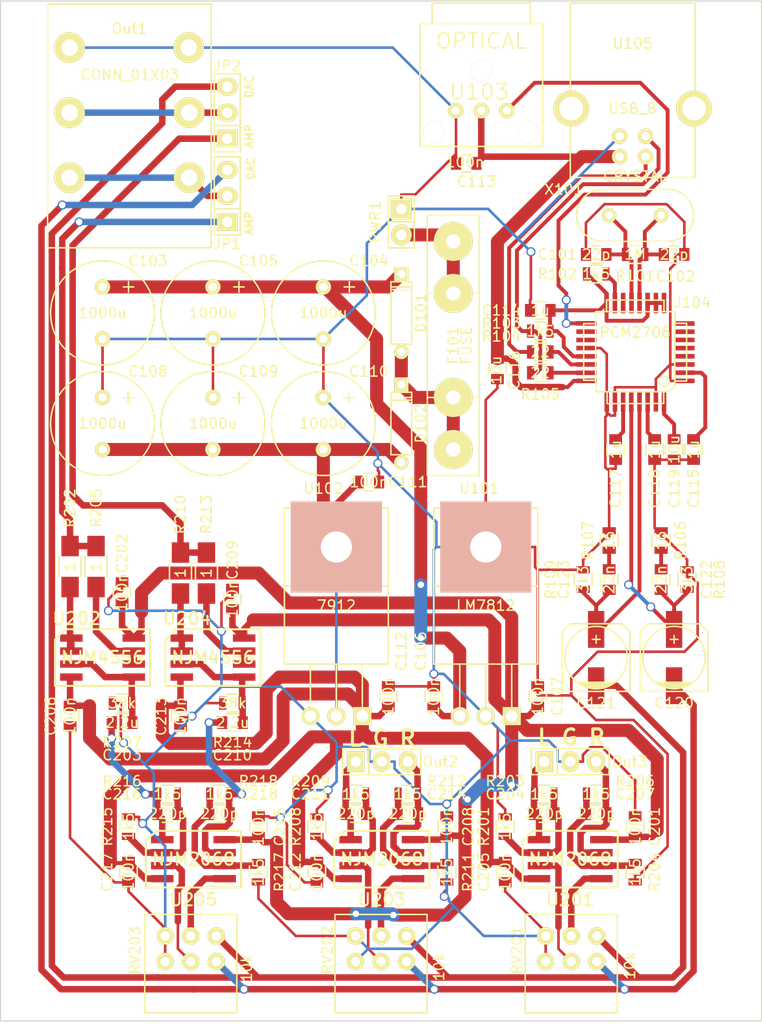
<source format=kicad_pcb>
(kicad_pcb (version 20171130) (host pcbnew "(5.1.12)-1")
  (layers (0 F.Cu signal) (31 B.Cu signal) (34 B.Paste user) (35 F.Paste user hide) (36 B.SilkS user) (37 F.SilkS user) (38 B.Mask user) (39 F.Mask user) (44 Edge.Cuts user))
  (net 0 "")
  (net 1 "Net-(C101-Pad1)")
  (net 2 "Net-(C102-Pad1)")
  (net 3 "Net-(C103-Pad1)")
  (net 4 +12V)
  (net 5 "Net-(C108-Pad2)")
  (net 6 -12V)
  (net 7 +5V)
  (net 8 3V3)
  (net 9 "Net-(C115-Pad1)")
  (net 10 "Net-(C117-Pad1)")
  (net 11 "Net-(C118-Pad1)")
  (net 12 "Net-(C119-Pad1)")
  (net 13 "Net-(C120-Pad1)")
  (net 14 /Buffers/Left_in)
  (net 15 "Net-(C121-Pad1)")
  (net 16 /Buffers/Right_in)
  (net 17 "Net-(C122-Pad2)")
  (net 18 "Net-(C123-Pad2)")
  (net 19 "Net-(C203-Pad1)")
  (net 20 "Net-(C203-Pad2)")
  (net 21 "Net-(C204-Pad1)")
  (net 22 "/Buffers/Left out 3")
  (net 23 "Net-(C207-Pad1)")
  (net 24 "/Buffers/Right out 3")
  (net 25 "Net-(C210-Pad1)")
  (net 26 "Net-(C210-Pad2)")
  (net 27 "Net-(C211-Pad1)")
  (net 28 "/Buffers/Left out 2")
  (net 29 "Net-(C214-Pad1)")
  (net 30 "/Buffers/Right out 2")
  (net 31 "Net-(C216-Pad1)")
  (net 32 "Net-(C218-Pad1)")
  (net 33 "Net-(F101-Pad1)")
  (net 34 "Net-(R102-Pad1)")
  (net 35 "Net-(R103-Pad1)")
  (net 36 "Net-(R104-Pad1)")
  (net 37 "Net-(R104-Pad2)")
  (net 38 "Net-(R105-Pad1)")
  (net 39 "Net-(R202-Pad1)")
  (net 40 "/Buffers/Left out 1")
  (net 41 "Net-(R205-Pad1)")
  (net 42 "Net-(R210-Pad1)")
  (net 43 "/Buffers/Right out 1")
  (net 44 "Net-(R213-Pad1)")
  (net 45 "Net-(U103-Pad3)")
  (net 46 "Net-(U104-Pad8)")
  (net 47 "Net-(U104-Pad7)")
  (net 48 "Net-(U104-Pad6)")
  (net 49 "Net-(U104-Pad5)")
  (net 50 "Net-(U104-Pad4)")
  (net 51 "Net-(U104-Pad18)")
  (net 52 "Net-(U104-Pad19)")
  (net 53 "Net-(U104-Pad14)")
  (net 54 "Net-(U105-Pad5)")
  (net 55 "Net-(RV201-Pad2)")
  (net 56 "Net-(RV201-Pad5)")
  (net 57 "Net-(RV202-Pad2)")
  (net 58 "Net-(RV202-Pad5)")
  (net 59 "Net-(RV203-Pad2)")
  (net 60 "Net-(RV203-Pad5)")
  (net 61 "Net-(D101-Pad1)")
  (net 62 "Net-(JP1-Pad2)")
  (net 63 "Net-(JP2-Pad2)")
  (net 64 AGND)
  (module Connect:USB_B (layer F.Cu) (at 156.6 53.7 180)
    (fp_text reference U105 (at 0 6.35 180) (layer F.SilkS))
    (fp_text value USB_B (at 0 0 180) (layer F.SilkS))
    (pad 1 thru_hole circle (at 1.27 -4.699 180) (size 1.524 1.524) (drill 0.8128) (layers *.Cu *.Mask F.SilkS) (net 7 +5V))
    (pad 2 thru_hole circle (at -1.27 -4.699 180) (size 1.524 1.524) (drill 0.8128) (layers *.Cu *.Mask F.SilkS) (net 37 "Net-(R104-Pad2)"))
    (pad 3 thru_hole circle (at -1.27 -2.70002 180) (size 1.524 1.524) (drill 0.8128) (layers *.Cu *.Mask F.SilkS) (net 35 "Net-(R103-Pad1)"))
    (pad 4 thru_hole circle (at 1.27 -2.70002 180) (size 1.524 1.524) (drill 0.8128) (layers *.Cu *.Mask F.SilkS) (net 64 AGND))
    (pad 5 thru_hole circle (at 5.99948 0 180) (size 3.5 3.5) (drill 2.30124) (layers *.Cu *.Mask F.SilkS) (net 54 "Net-(U105-Pad5)"))
    (pad 6 thru_hole circle (at -5.99948 0 180) (size 3.5 3.5) (drill 2.30124) (layers *.Cu *.Mask F.SilkS))
  )
  (module Custom:SIKA (layer F.Cu) (at 107.4 43.5)
    (fp_text reference Out1 (at 0 2.4) (layer F.SilkS))
    (fp_text value CONN_01X03 (at 0.042 6.919) (layer F.SilkS))
    (pad 1 thru_hole circle (at 5.8 4.25) (size 3 3) (drill 1.6) (layers *.Cu *.Mask F.SilkS) (net 64 AGND))
    (pad 1 thru_hole circle (at -5.85 4.25) (size 3 3) (drill 1.6) (layers *.Cu *.Mask F.SilkS) (net 64 AGND))
    (pad 2 thru_hole circle (at 5.85 10.6) (size 3 3) (drill 1.6) (layers *.Cu *.Mask F.SilkS) (net 63 "Net-(JP2-Pad2)"))
    (pad 2 thru_hole circle (at -5.85 10.6) (size 3 3) (drill 1.6) (layers *.Cu *.Mask F.SilkS) (net 63 "Net-(JP2-Pad2)"))
    (pad 3 thru_hole circle (at 5.85 16.95) (size 3 3) (drill 1.6) (layers *.Cu *.Mask F.SilkS) (net 62 "Net-(JP1-Pad2)"))
    (pad 3 thru_hole circle (at -5.85 16.95) (size 3 3) (drill 1.6) (layers *.Cu *.Mask F.SilkS) (net 62 "Net-(JP1-Pad2)"))
  )
  (module Custom:RK097 (layer F.Cu) (at 113.4 142 270)
    (fp_text reference RV203 (at -6.11 5.45 270) (layer F.SilkS))
    (fp_text value 10k (at -4.332 -5.472 270) (layer F.SilkS))
    (pad 1 thru_hole circle (at -5 2.5 270) (size 1.7 1.7) (drill 0.9) (layers *.Cu *.Mask F.SilkS) (net 64 AGND))
    (pad 2 thru_hole circle (at -5 0 270) (size 1.7 1.7) (drill 0.9) (layers *.Cu *.Mask F.SilkS) (net 59 "Net-(RV203-Pad2)"))
    (pad 3 thru_hole circle (at -5 -2.5 270) (size 1.7 1.7) (drill 0.9) (layers *.Cu *.Mask F.SilkS) (net 14 /Buffers/Left_in))
    (pad 4 thru_hole circle (at -7.5 2.5 270) (size 1.7 1.7) (drill 0.9) (layers *.Cu *.Mask F.SilkS) (net 64 AGND))
    (pad 5 thru_hole circle (at -7.5 0 270) (size 1.7 1.7) (drill 0.9) (layers *.Cu *.Mask F.SilkS) (net 60 "Net-(RV203-Pad5)"))
    (pad 6 thru_hole circle (at -7.5 -2.5 270) (size 1.7 1.7) (drill 0.9) (layers *.Cu *.Mask F.SilkS) (net 16 /Buffers/Right_in))
  )
  (module Custom:RK097 (layer F.Cu) (at 132 142 270)
    (fp_text reference RV202 (at -6.11 5.254 270) (layer F.SilkS))
    (fp_text value 10k (at -4.459 -5.668 270) (layer F.SilkS))
    (pad 1 thru_hole circle (at -5 2.5 270) (size 1.7 1.7) (drill 0.9) (layers *.Cu *.Mask F.SilkS) (net 64 AGND))
    (pad 2 thru_hole circle (at -5 0 270) (size 1.7 1.7) (drill 0.9) (layers *.Cu *.Mask F.SilkS) (net 57 "Net-(RV202-Pad2)"))
    (pad 3 thru_hole circle (at -5 -2.5 270) (size 1.7 1.7) (drill 0.9) (layers *.Cu *.Mask F.SilkS) (net 14 /Buffers/Left_in))
    (pad 4 thru_hole circle (at -7.5 2.5 270) (size 1.7 1.7) (drill 0.9) (layers *.Cu *.Mask F.SilkS) (net 64 AGND))
    (pad 5 thru_hole circle (at -7.5 0 270) (size 1.7 1.7) (drill 0.9) (layers *.Cu *.Mask F.SilkS) (net 58 "Net-(RV202-Pad5)"))
    (pad 6 thru_hole circle (at -7.5 -2.5 270) (size 1.7 1.7) (drill 0.9) (layers *.Cu *.Mask F.SilkS) (net 16 /Buffers/Right_in))
  )
  (module Custom:RK097 (layer F.Cu) (at 150.6 142 270)
    (fp_text reference RV201 (at -6.11 5.312 270) (layer F.SilkS))
    (fp_text value 10k (at -4.586 -5.737 270) (layer F.SilkS))
    (pad 1 thru_hole circle (at -5 2.5 270) (size 1.7 1.7) (drill 0.9) (layers *.Cu *.Mask F.SilkS) (net 64 AGND))
    (pad 2 thru_hole circle (at -5 0 270) (size 1.7 1.7) (drill 0.9) (layers *.Cu *.Mask F.SilkS) (net 55 "Net-(RV201-Pad2)"))
    (pad 3 thru_hole circle (at -5 -2.5 270) (size 1.7 1.7) (drill 0.9) (layers *.Cu *.Mask F.SilkS) (net 14 /Buffers/Left_in))
    (pad 4 thru_hole circle (at -7.5 2.5 270) (size 1.7 1.7) (drill 0.9) (layers *.Cu *.Mask F.SilkS) (net 64 AGND))
    (pad 5 thru_hole circle (at -7.5 0 270) (size 1.7 1.7) (drill 0.9) (layers *.Cu *.Mask F.SilkS) (net 56 "Net-(RV201-Pad5)"))
    (pad 6 thru_hole circle (at -7.5 -2.5 270) (size 1.7 1.7) (drill 0.9) (layers *.Cu *.Mask F.SilkS) (net 16 /Buffers/Right_in))
  )
  (module Pin_Headers:Pin_Header_Straight_1x02 (layer F.Cu) (at 133.985 64.77 270)
    (fp_text reference PWR1 (at 0 2.54 270) (layer F.SilkS))
    (fp_text value CONN_01X02 hide)
    (pad 1 thru_hole rect (at -1.27 0 270) (size 2.032 2.032) (drill 1.016) (layers *.Cu *.Mask F.SilkS) (net 64 AGND))
    (pad 2 thru_hole oval (at 1.27 0 270) (size 2.032 2.032) (drill 1.016) (layers *.Cu *.Mask F.SilkS) (net 33 "Net-(F101-Pad1)"))
  )
  (module Pin_Headers:Pin_Header_Straight_1x03 (layer F.Cu) (at 150.495 117.475)
    (fp_text reference Out3 (at 5.805 0.025) (layer F.SilkS))
    (fp_text value CONN_01X03 hide)
    (pad 1 thru_hole rect (at -2.54 0) (size 1.7272 2.032) (drill 1.016) (layers *.Cu *.Mask F.SilkS) (net 22 "/Buffers/Left out 3"))
    (pad 2 thru_hole oval (at 0 0) (size 1.7272 2.032) (drill 1.016) (layers *.Cu *.Mask F.SilkS) (net 64 AGND))
    (pad 3 thru_hole oval (at 2.54 0) (size 1.7272 2.032) (drill 1.016) (layers *.Cu *.Mask F.SilkS) (net 24 "/Buffers/Right out 3"))
  )
  (module Pin_Headers:Pin_Header_Straight_1x03 (layer F.Cu) (at 132.08 117.475)
    (fp_text reference Out2 (at 5.72 0.025) (layer F.SilkS))
    (fp_text value CONN_01X03 hide)
    (pad 1 thru_hole rect (at -2.54 0) (size 1.7272 2.032) (drill 1.016) (layers *.Cu *.Mask F.SilkS) (net 28 "/Buffers/Left out 2"))
    (pad 2 thru_hole oval (at 0 0) (size 1.7272 2.032) (drill 1.016) (layers *.Cu *.Mask F.SilkS) (net 64 AGND))
    (pad 3 thru_hole oval (at 2.54 0) (size 1.7272 2.032) (drill 1.016) (layers *.Cu *.Mask F.SilkS) (net 30 "/Buffers/Right out 2"))
  )
  (module Discret:HC-49V (layer F.Cu) (at 156.845 64.135 180)
    (fp_text reference X101 (at 6.985 2.54 180) (layer F.SilkS))
    (fp_text value CRYSTAL (at 0 3.81 180) (layer F.SilkS))
    (pad 1 thru_hole circle (at -2.54 0 180) (size 1.4224 1.4224) (drill 0.762) (layers *.Cu *.Mask F.SilkS) (net 2 "Net-(C102-Pad1)"))
    (pad 2 thru_hole circle (at 2.54 0 180) (size 1.4224 1.4224) (drill 0.762) (layers *.Cu *.Mask F.SilkS) (net 1 "Net-(C101-Pad1)"))
  )
  (module "Custom:SOIC 8" (layer F.Cu) (at 113.665 127)
    (fp_text reference U205 (at 0 3.965) (layer F.SilkS) (effects (font (size 1.2 1.2) (thickness 0.2))))
    (fp_text value NJM2068 (at 0 0) (layer F.SilkS) (effects (font (size 1.2 1.2) (thickness 0.2))))
    (pad 1 smd rect (at -3.05 -1.905) (size 2.2 0.72) (layers F.Cu F.Paste F.Mask) (net 19 "Net-(C203-Pad1)"))
    (pad 2 smd rect (at -3.05 -0.635) (size 2.2 0.72) (layers F.Cu F.Paste F.Mask) (net 31 "Net-(C216-Pad1)"))
    (pad 3 smd rect (at -3.05 0.635) (size 2.2 0.72) (layers F.Cu F.Paste F.Mask) (net 59 "Net-(RV203-Pad2)"))
    (pad 4 smd rect (at -3.05 1.905) (size 2.2 0.72) (layers F.Cu F.Paste F.Mask) (net 6 -12V))
    (pad 8 smd rect (at 3.05 -1.905) (size 2.2 0.72) (layers F.Cu F.Paste F.Mask) (net 4 +12V))
    (pad 7 smd rect (at 3.05 -0.635) (size 2.2 0.72) (layers F.Cu F.Paste F.Mask) (net 25 "Net-(C210-Pad1)"))
    (pad 6 smd rect (at 3.05 0.635) (size 2.2 0.72) (layers F.Cu F.Paste F.Mask) (net 32 "Net-(C218-Pad1)"))
    (pad 5 smd rect (at 3.05 1.905) (size 2.2 0.72) (layers F.Cu F.Paste F.Mask) (net 60 "Net-(RV203-Pad5)"))
  )
  (module "Custom:SOIC 8" (layer F.Cu) (at 115.57 107.315)
    (fp_text reference U204 (at -2.54 -3.81) (layer F.SilkS) (effects (font (size 1.2 1.2) (thickness 0.2))))
    (fp_text value NJM4556 (at 0 0) (layer F.SilkS) (effects (font (size 1.2 1.2) (thickness 0.2))))
    (pad 1 smd rect (at -3.05 -1.905) (size 2.2 0.72) (layers F.Cu F.Paste F.Mask) (net 42 "Net-(R210-Pad1)"))
    (pad 2 smd rect (at -3.05 -0.635) (size 2.2 0.72) (layers F.Cu F.Paste F.Mask) (net 42 "Net-(R210-Pad1)"))
    (pad 3 smd rect (at -3.05 0.635) (size 2.2 0.72) (layers F.Cu F.Paste F.Mask) (net 26 "Net-(C210-Pad2)"))
    (pad 4 smd rect (at -3.05 1.905) (size 2.2 0.72) (layers F.Cu F.Paste F.Mask) (net 6 -12V))
    (pad 8 smd rect (at 3.05 -1.905) (size 2.2 0.72) (layers F.Cu F.Paste F.Mask) (net 4 +12V))
    (pad 7 smd rect (at 3.05 -0.635) (size 2.2 0.72) (layers F.Cu F.Paste F.Mask) (net 44 "Net-(R213-Pad1)"))
    (pad 6 smd rect (at 3.05 0.635) (size 2.2 0.72) (layers F.Cu F.Paste F.Mask) (net 44 "Net-(R213-Pad1)"))
    (pad 5 smd rect (at 3.05 1.905) (size 2.2 0.72) (layers F.Cu F.Paste F.Mask) (net 26 "Net-(C210-Pad2)"))
  )
  (module "Custom:SOIC 8" (layer F.Cu) (at 132.08 127)
    (fp_text reference U203 (at 0 3.965) (layer F.SilkS) (effects (font (size 1.2 1.2) (thickness 0.2))))
    (fp_text value NJM2068 (at 0 0) (layer F.SilkS) (effects (font (size 1.2 1.2) (thickness 0.2))))
    (pad 1 smd rect (at -3.05 -1.905) (size 2.2 0.72) (layers F.Cu F.Paste F.Mask) (net 28 "/Buffers/Left out 2"))
    (pad 2 smd rect (at -3.05 -0.635) (size 2.2 0.72) (layers F.Cu F.Paste F.Mask) (net 27 "Net-(C211-Pad1)"))
    (pad 3 smd rect (at -3.05 0.635) (size 2.2 0.72) (layers F.Cu F.Paste F.Mask) (net 57 "Net-(RV202-Pad2)"))
    (pad 4 smd rect (at -3.05 1.905) (size 2.2 0.72) (layers F.Cu F.Paste F.Mask) (net 6 -12V))
    (pad 8 smd rect (at 3.05 -1.905) (size 2.2 0.72) (layers F.Cu F.Paste F.Mask) (net 4 +12V))
    (pad 7 smd rect (at 3.05 -0.635) (size 2.2 0.72) (layers F.Cu F.Paste F.Mask) (net 30 "/Buffers/Right out 2"))
    (pad 6 smd rect (at 3.05 0.635) (size 2.2 0.72) (layers F.Cu F.Paste F.Mask) (net 29 "Net-(C214-Pad1)"))
    (pad 5 smd rect (at 3.05 1.905) (size 2.2 0.72) (layers F.Cu F.Paste F.Mask) (net 58 "Net-(RV202-Pad5)"))
  )
  (module "Custom:SOIC 8" (layer F.Cu) (at 104.775 107.315)
    (fp_text reference U202 (at -2.54 -3.81) (layer F.SilkS) (effects (font (size 1.2 1.2) (thickness 0.2))))
    (fp_text value NJM4556 (at 0 0) (layer F.SilkS) (effects (font (size 1.2 1.2) (thickness 0.2))))
    (pad 1 smd rect (at -3.05 -1.905) (size 2.2 0.72) (layers F.Cu F.Paste F.Mask) (net 39 "Net-(R202-Pad1)"))
    (pad 2 smd rect (at -3.05 -0.635) (size 2.2 0.72) (layers F.Cu F.Paste F.Mask) (net 39 "Net-(R202-Pad1)"))
    (pad 3 smd rect (at -3.05 0.635) (size 2.2 0.72) (layers F.Cu F.Paste F.Mask) (net 20 "Net-(C203-Pad2)"))
    (pad 4 smd rect (at -3.05 1.905) (size 2.2 0.72) (layers F.Cu F.Paste F.Mask) (net 6 -12V))
    (pad 8 smd rect (at 3.05 -1.905) (size 2.2 0.72) (layers F.Cu F.Paste F.Mask) (net 4 +12V))
    (pad 7 smd rect (at 3.05 -0.635) (size 2.2 0.72) (layers F.Cu F.Paste F.Mask) (net 41 "Net-(R205-Pad1)"))
    (pad 6 smd rect (at 3.05 0.635) (size 2.2 0.72) (layers F.Cu F.Paste F.Mask) (net 41 "Net-(R205-Pad1)"))
    (pad 5 smd rect (at 3.05 1.905) (size 2.2 0.72) (layers F.Cu F.Paste F.Mask) (net 20 "Net-(C203-Pad2)"))
  )
  (module "Custom:SOIC 8" (layer F.Cu) (at 150.495 127)
    (fp_text reference U201 (at 0 3.965) (layer F.SilkS) (effects (font (size 1.2 1.2) (thickness 0.2))))
    (fp_text value NJM2068 (at 0 0) (layer F.SilkS) (effects (font (size 1.2 1.2) (thickness 0.2))))
    (pad 1 smd rect (at -3.05 -1.905) (size 2.2 0.72) (layers F.Cu F.Paste F.Mask) (net 22 "/Buffers/Left out 3"))
    (pad 2 smd rect (at -3.05 -0.635) (size 2.2 0.72) (layers F.Cu F.Paste F.Mask) (net 21 "Net-(C204-Pad1)"))
    (pad 3 smd rect (at -3.05 0.635) (size 2.2 0.72) (layers F.Cu F.Paste F.Mask) (net 55 "Net-(RV201-Pad2)"))
    (pad 4 smd rect (at -3.05 1.905) (size 2.2 0.72) (layers F.Cu F.Paste F.Mask) (net 6 -12V))
    (pad 8 smd rect (at 3.05 -1.905) (size 2.2 0.72) (layers F.Cu F.Paste F.Mask) (net 4 +12V))
    (pad 7 smd rect (at 3.05 -0.635) (size 2.2 0.72) (layers F.Cu F.Paste F.Mask) (net 24 "/Buffers/Right out 3"))
    (pad 6 smd rect (at 3.05 0.635) (size 2.2 0.72) (layers F.Cu F.Paste F.Mask) (net 23 "Net-(C207-Pad1)"))
    (pad 5 smd rect (at 3.05 1.905) (size 2.2 0.72) (layers F.Cu F.Paste F.Mask) (net 56 "Net-(RV201-Pad5)"))
  )
  (module SMD_Packages:TQFP-32 (layer F.Cu) (at 156.845 77.47 180)
    (fp_text reference U104 (at -5.461 4.826 180) (layer F.SilkS))
    (fp_text value PCM2706 (at 0 1.905 180) (layer F.SilkS))
    (pad 8 smd rect (at -4.81584 2.77622 180) (size 1.99898 0.44958) (layers F.Cu F.Paste F.Mask) (net 46 "Net-(U104-Pad8)"))
    (pad 7 smd rect (at -4.81584 1.97612 180) (size 1.99898 0.44958) (layers F.Cu F.Paste F.Mask) (net 47 "Net-(U104-Pad7)"))
    (pad 6 smd rect (at -4.81584 1.17602 180) (size 1.99898 0.44958) (layers F.Cu F.Paste F.Mask) (net 48 "Net-(U104-Pad6)"))
    (pad 5 smd rect (at -4.81584 0.37592 180) (size 1.99898 0.44958) (layers F.Cu F.Paste F.Mask) (net 49 "Net-(U104-Pad5)"))
    (pad 4 smd rect (at -4.81584 -0.42418 180) (size 1.99898 0.44958) (layers F.Cu F.Paste F.Mask) (net 50 "Net-(U104-Pad4)"))
    (pad 3 smd rect (at -4.81584 -1.22428 180) (size 1.99898 0.44958) (layers F.Cu F.Paste F.Mask) (net 64 AGND))
    (pad 2 smd rect (at -4.81584 -2.02438 180) (size 1.99898 0.44958) (layers F.Cu F.Paste F.Mask) (net 9 "Net-(C115-Pad1)"))
    (pad 1 smd rect (at -4.81584 -2.82448 180) (size 1.99898 0.44958) (layers F.Cu F.Paste F.Mask) (net 64 AGND))
    (pad 24 smd rect (at 4.7498 -2.8194 180) (size 1.99898 0.44958) (layers F.Cu F.Paste F.Mask) (net 7 +5V))
    (pad 17 smd rect (at 4.7498 2.794 180) (size 1.99898 0.44958) (layers F.Cu F.Paste F.Mask) (net 45 "Net-(U103-Pad3)"))
    (pad 18 smd rect (at 4.7498 1.9812 180) (size 1.99898 0.44958) (layers F.Cu F.Paste F.Mask) (net 51 "Net-(U104-Pad18)"))
    (pad 19 smd rect (at 4.7498 1.1684 180) (size 1.99898 0.44958) (layers F.Cu F.Paste F.Mask) (net 52 "Net-(U104-Pad19)"))
    (pad 20 smd rect (at 4.7498 0.381 180) (size 1.99898 0.44958) (layers F.Cu F.Paste F.Mask) (net 64 AGND))
    (pad 21 smd rect (at 4.7498 -0.4318 180) (size 1.99898 0.44958) (layers F.Cu F.Paste F.Mask) (net 8 3V3))
    (pad 22 smd rect (at 4.7498 -1.2192 180) (size 1.99898 0.44958) (layers F.Cu F.Paste F.Mask) (net 36 "Net-(R104-Pad1)"))
    (pad 23 smd rect (at 4.7498 -2.032 180) (size 1.99898 0.44958) (layers F.Cu F.Paste F.Mask) (net 38 "Net-(R105-Pad1)"))
    (pad 32 smd rect (at -2.82448 -4.826 180) (size 0.44958 1.99898) (layers F.Cu F.Paste F.Mask) (net 12 "Net-(C119-Pad1)"))
    (pad 31 smd rect (at -2.02692 -4.826 180) (size 0.44958 1.99898) (layers F.Cu F.Paste F.Mask) (net 64 AGND))
    (pad 30 smd rect (at -1.22428 -4.826 180) (size 0.44958 1.99898) (layers F.Cu F.Paste F.Mask) (net 11 "Net-(C118-Pad1)"))
    (pad 29 smd rect (at -0.42672 -4.826 180) (size 0.44958 1.99898) (layers F.Cu F.Paste F.Mask) (net 15 "Net-(C121-Pad1)"))
    (pad 28 smd rect (at 0.37592 -4.826 180) (size 0.44958 1.99898) (layers F.Cu F.Paste F.Mask) (net 13 "Net-(C120-Pad1)"))
    (pad 27 smd rect (at 1.17348 -4.826 180) (size 0.44958 1.99898) (layers F.Cu F.Paste F.Mask) (net 10 "Net-(C117-Pad1)"))
    (pad 26 smd rect (at 1.97612 -4.826 180) (size 0.44958 1.99898) (layers F.Cu F.Paste F.Mask) (net 64 AGND))
    (pad 25 smd rect (at 2.77368 -4.826 180) (size 0.44958 1.99898) (layers F.Cu F.Paste F.Mask) (net 64 AGND))
    (pad 9 smd rect (at -2.8194 4.7752 180) (size 0.44958 1.99898) (layers F.Cu F.Paste F.Mask) (net 8 3V3))
    (pad 10 smd rect (at -2.032 4.7752 180) (size 0.44958 1.99898) (layers F.Cu F.Paste F.Mask) (net 8 3V3))
    (pad 11 smd rect (at -1.2192 4.7752 180) (size 0.44958 1.99898) (layers F.Cu F.Paste F.Mask) (net 8 3V3))
    (pad 12 smd rect (at -0.4318 4.7752 180) (size 0.44958 1.99898) (layers F.Cu F.Paste F.Mask) (net 2 "Net-(C102-Pad1)"))
    (pad 13 smd rect (at 0.3556 4.7752 180) (size 0.44958 1.99898) (layers F.Cu F.Paste F.Mask) (net 1 "Net-(C101-Pad1)"))
    (pad 14 smd rect (at 1.1684 4.7752 180) (size 0.44958 1.99898) (layers F.Cu F.Paste F.Mask) (net 53 "Net-(U104-Pad14)"))
    (pad 15 smd rect (at 1.9812 4.7752 180) (size 0.44958 1.99898) (layers F.Cu F.Paste F.Mask) (net 34 "Net-(R102-Pad1)"))
    (pad 16 smd rect (at 2.794 4.7752 180) (size 0.44958 1.99898) (layers F.Cu F.Paste F.Mask) (net 8 3V3))
  )
  (module Resistors_SMD:R_1206_HandSoldering (layer F.Cu) (at 114.935 99.06 90)
    (fp_text reference R213 (at 5.715 0 90) (layer F.SilkS))
    (fp_text value 1 (at 0 0 90) (layer F.SilkS))
    (pad 1 smd rect (at -2 0 90) (size 2 1.7) (layers F.Cu F.Paste F.Mask) (net 44 "Net-(R213-Pad1)"))
    (pad 2 smd rect (at 2 0 90) (size 2 1.7) (layers F.Cu F.Paste F.Mask) (net 43 "/Buffers/Right out 1"))
  )
  (module Resistors_SMD:R_1206_HandSoldering (layer F.Cu) (at 112.395 99.06 90)
    (fp_text reference R210 (at 5.715 0 90) (layer F.SilkS))
    (fp_text value 1 (at 0 0 90) (layer F.SilkS))
    (pad 1 smd rect (at -2 0 90) (size 2 1.7) (layers F.Cu F.Paste F.Mask) (net 42 "Net-(R210-Pad1)"))
    (pad 2 smd rect (at 2 0 90) (size 2 1.7) (layers F.Cu F.Paste F.Mask) (net 43 "/Buffers/Right out 1"))
  )
  (module Resistors_SMD:R_1206_HandSoldering (layer F.Cu) (at 104.14 98.425 90)
    (fp_text reference R205 (at 5.715 0 90) (layer F.SilkS))
    (fp_text value 1 (at 0 0 90) (layer F.SilkS))
    (pad 1 smd rect (at -2 0 90) (size 2 1.7) (layers F.Cu F.Paste F.Mask) (net 41 "Net-(R205-Pad1)"))
    (pad 2 smd rect (at 2 0 90) (size 2 1.7) (layers F.Cu F.Paste F.Mask) (net 40 "/Buffers/Left out 1"))
  )
  (module Resistors_SMD:R_1206_HandSoldering (layer F.Cu) (at 101.6 98.425 90)
    (fp_text reference R202 (at 5.715 0 90) (layer F.SilkS))
    (fp_text value 1 (at 0 0 90) (layer F.SilkS))
    (pad 1 smd rect (at -2 0 90) (size 2 1.7) (layers F.Cu F.Paste F.Mask) (net 39 "Net-(R202-Pad1)"))
    (pad 2 smd rect (at 2 0 90) (size 2 1.7) (layers F.Cu F.Paste F.Mask) (net 40 "/Buffers/Left out 1"))
  )
  (module Discret:FUSE5-20 (layer F.Cu) (at 139.065 76.835 270)
    (fp_text reference F101 (at 0 0 270) (layer F.SilkS))
    (fp_text value FUSE (at 0 -1.27 270) (layer F.SilkS))
    (pad 1 thru_hole circle (at -10.16 0 270) (size 3.81 3.81) (drill 1.397) (layers *.Cu *.Mask F.SilkS) (net 33 "Net-(F101-Pad1)"))
    (pad 1 thru_hole circle (at -5.08 0 270) (size 3.81 3.81) (drill 1.397) (layers *.Cu *.Mask F.SilkS) (net 33 "Net-(F101-Pad1)"))
    (pad 2 thru_hole circle (at 5.08 0 270) (size 3.81 3.81) (drill 1.397) (layers *.Cu *.Mask F.SilkS) (net 61 "Net-(D101-Pad1)"))
    (pad 2 thru_hole circle (at 10.16 0 270) (size 3.81 3.81) (drill 1.397) (layers *.Cu *.Mask F.SilkS) (net 61 "Net-(D101-Pad1)"))
  )
  (module Discret:D3 (layer F.Cu) (at 133.985 84.455 90)
    (fp_text reference D102 (at 0 1.905 90) (layer F.SilkS))
    (fp_text value DIODE hide)
    (pad 2 thru_hole rect (at 3.81 0 90) (size 1.397 1.397) (drill 0.8128) (layers *.Cu *.Mask F.SilkS) (net 61 "Net-(D101-Pad1)"))
    (pad 1 thru_hole circle (at -3.81 0 90) (size 1.397 1.397) (drill 0.8128) (layers *.Cu *.Mask F.SilkS) (net 5 "Net-(C108-Pad2)"))
  )
  (module Discret:D3 (layer F.Cu) (at 133.985 73.66 90)
    (fp_text reference D101 (at 0 1.905 90) (layer F.SilkS))
    (fp_text value DIODE hide)
    (pad 2 thru_hole rect (at 3.81 0 90) (size 1.397 1.397) (drill 0.8128) (layers *.Cu *.Mask F.SilkS) (net 3 "Net-(C103-Pad1)"))
    (pad 1 thru_hole circle (at -3.81 0 90) (size 1.397 1.397) (drill 0.8128) (layers *.Cu *.Mask F.SilkS) (net 61 "Net-(D101-Pad1)"))
  )
  (module Capacitors_SMD:c_elec_6.3x5.3 (layer F.Cu) (at 153.035 107.315 90)
    (fp_text reference C121 (at -4.445 0 180) (layer F.SilkS))
    (fp_text value 100u hide)
    (pad 1 smd rect (at 2.75082 0 90) (size 3.59918 1.6002) (layers F.Cu F.Paste F.Mask) (net 15 "Net-(C121-Pad1)"))
    (pad 2 smd rect (at -2.75082 0 90) (size 3.59918 1.6002) (layers F.Cu F.Paste F.Mask) (net 16 /Buffers/Right_in))
  )
  (module Capacitors_SMD:c_elec_6.3x5.3 (layer F.Cu) (at 160.655 107.315 90)
    (fp_text reference C120 (at -4.445 0 180) (layer F.SilkS))
    (fp_text value 100u hide)
    (pad 1 smd rect (at 2.75082 0 90) (size 3.59918 1.6002) (layers F.Cu F.Paste F.Mask) (net 13 "Net-(C120-Pad1)"))
    (pad 2 smd rect (at -2.75082 0 90) (size 3.59918 1.6002) (layers F.Cu F.Paste F.Mask) (net 14 /Buffers/Left_in))
  )
  (module Capacitors_Elko_ThroughHole:Elko_vert_20x10mm_RM5 (layer F.Cu) (at 126.365 81.915 270)
    (fp_text reference C110 (at -2.54 -4.445) (layer F.SilkS))
    (fp_text value 1000u (at 2.54 0) (layer F.SilkS))
    (fp_line (start 0 -3.048) (end 0 -2.032) (layer F.Cu) (width 0.15))
    (fp_line (start -0.508 -2.54) (end 0.508 -2.54) (layer F.Cu) (width 0.15))
    (pad 2 thru_hole circle (at 5.08 0 270) (size 1.50114 1.50114) (drill 0.8001) (layers *.Cu *.Mask F.SilkS) (net 5 "Net-(C108-Pad2)"))
    (pad 1 thru_hole circle (at 0 0 270) (size 1.50114 1.50114) (drill 0.8001) (layers *.Cu *.Mask F.SilkS) (net 64 AGND))
  )
  (module Capacitors_Elko_ThroughHole:Elko_vert_20x10mm_RM5 (layer F.Cu) (at 115.57 81.915 270)
    (fp_text reference C109 (at -2.54 -4.445) (layer F.SilkS))
    (fp_text value 1000u (at 2.54 0) (layer F.SilkS))
    (fp_line (start 0 -3.048) (end 0 -2.032) (layer F.Cu) (width 0.15))
    (fp_line (start -0.508 -2.54) (end 0.508 -2.54) (layer F.Cu) (width 0.15))
    (pad 2 thru_hole circle (at 5.08 0 270) (size 1.50114 1.50114) (drill 0.8001) (layers *.Cu *.Mask F.SilkS) (net 5 "Net-(C108-Pad2)"))
    (pad 1 thru_hole circle (at 0 0 270) (size 1.50114 1.50114) (drill 0.8001) (layers *.Cu *.Mask F.SilkS) (net 64 AGND))
  )
  (module Capacitors_Elko_ThroughHole:Elko_vert_20x10mm_RM5 (layer F.Cu) (at 104.775 81.915 270)
    (fp_text reference C108 (at -2.54 -4.445) (layer F.SilkS))
    (fp_text value 1000u (at 2.54 0) (layer F.SilkS))
    (fp_line (start 0 -3.048) (end 0 -2.032) (layer F.Cu) (width 0.15))
    (fp_line (start -0.508 -2.54) (end 0.508 -2.54) (layer F.Cu) (width 0.15))
    (pad 2 thru_hole circle (at 5.08 0 270) (size 1.50114 1.50114) (drill 0.8001) (layers *.Cu *.Mask F.SilkS) (net 5 "Net-(C108-Pad2)"))
    (pad 1 thru_hole circle (at 0 0 270) (size 1.50114 1.50114) (drill 0.8001) (layers *.Cu *.Mask F.SilkS) (net 64 AGND))
  )
  (module Capacitors_SMD:C_0805 (layer F.Cu) (at 147.32 111.125 90)
    (fp_text reference C107 (at 0 1.905 90) (layer F.SilkS))
    (fp_text value 100n (at 0 0 90) (layer F.SilkS))
    (pad 1 smd rect (at -1 0 90) (size 1 1.25) (layers F.Cu F.Paste F.Mask) (net 4 +12V))
    (pad 2 smd rect (at 1 0 90) (size 1 1.25) (layers F.Cu F.Paste F.Mask) (net 64 AGND))
  )
  (module Capacitors_SMD:C_0805 (layer F.Cu) (at 137.16 111.125 90)
    (fp_text reference C106 (at 4.445 -1.27 90) (layer F.SilkS))
    (fp_text value 100n (at 0 0 90) (layer F.SilkS))
    (pad 1 smd rect (at -1 0 90) (size 1 1.25) (layers F.Cu F.Paste F.Mask) (net 3 "Net-(C103-Pad1)"))
    (pad 2 smd rect (at 1 0 90) (size 1 1.25) (layers F.Cu F.Paste F.Mask) (net 64 AGND))
  )
  (module Capacitors_Elko_ThroughHole:Elko_vert_20x10mm_RM5 (layer F.Cu) (at 115.57 71.12 270)
    (fp_text reference C105 (at -2.54 -4.445) (layer F.SilkS))
    (fp_text value 1000u (at 2.54 0) (layer F.SilkS))
    (fp_line (start 0 -3.048) (end 0 -2.032) (layer F.Cu) (width 0.15))
    (fp_line (start -0.508 -2.54) (end 0.508 -2.54) (layer F.Cu) (width 0.15))
    (pad 2 thru_hole circle (at 5.08 0 270) (size 1.50114 1.50114) (drill 0.8001) (layers *.Cu *.Mask F.SilkS) (net 64 AGND))
    (pad 1 thru_hole circle (at 0 0 270) (size 1.50114 1.50114) (drill 0.8001) (layers *.Cu *.Mask F.SilkS) (net 3 "Net-(C103-Pad1)"))
  )
  (module Capacitors_Elko_ThroughHole:Elko_vert_20x10mm_RM5 (layer F.Cu) (at 126.365 71.12 270)
    (fp_text reference C104 (at -2.54 -4.445) (layer F.SilkS))
    (fp_text value 1000u (at 2.54 0) (layer F.SilkS))
    (fp_line (start 0 -3.048) (end 0 -2.032) (layer F.Cu) (width 0.15))
    (fp_line (start -0.508 -2.54) (end 0.508 -2.54) (layer F.Cu) (width 0.15))
    (pad 2 thru_hole circle (at 5.08 0 270) (size 1.50114 1.50114) (drill 0.8001) (layers *.Cu *.Mask F.SilkS) (net 64 AGND))
    (pad 1 thru_hole circle (at 0 0 270) (size 1.50114 1.50114) (drill 0.8001) (layers *.Cu *.Mask F.SilkS) (net 3 "Net-(C103-Pad1)"))
  )
  (module Capacitors_Elko_ThroughHole:Elko_vert_20x10mm_RM5 (layer F.Cu) (at 104.775 71.12 270)
    (fp_text reference C103 (at -2.54 -4.445) (layer F.SilkS))
    (fp_text value 1000u (at 2.54 0) (layer F.SilkS))
    (fp_line (start 0 -3.048) (end 0 -2.032) (layer F.Cu) (width 0.15))
    (fp_line (start -0.508 -2.54) (end 0.508 -2.54) (layer F.Cu) (width 0.15))
    (pad 2 thru_hole circle (at 5.08 0 270) (size 1.50114 1.50114) (drill 0.8001) (layers *.Cu *.Mask F.SilkS) (net 64 AGND))
    (pad 1 thru_hole circle (at 0 0 270) (size 1.50114 1.50114) (drill 0.8001) (layers *.Cu *.Mask F.SilkS) (net 3 "Net-(C103-Pad1)"))
  )
  (module Capacitors_SMD:C_0805 (layer F.Cu) (at 160.655 67.945)
    (fp_text reference C102 (at 0.127 2.159) (layer F.SilkS))
    (fp_text value 22p (at 0 0) (layer F.SilkS))
    (pad 1 smd rect (at -1 0) (size 1 1.25) (layers F.Cu F.Paste F.Mask) (net 2 "Net-(C102-Pad1)"))
    (pad 2 smd rect (at 1 0) (size 1 1.25) (layers F.Cu F.Paste F.Mask) (net 64 AGND))
  )
  (module Capacitors_SMD:C_0805 (layer F.Cu) (at 153.035 67.945 180)
    (fp_text reference C101 (at 3.81 0 180) (layer F.SilkS))
    (fp_text value 22p (at 0 0 180) (layer F.SilkS))
    (pad 1 smd rect (at -1 0 180) (size 1 1.25) (layers F.Cu F.Paste F.Mask) (net 1 "Net-(C101-Pad1)"))
    (pad 2 smd rect (at 1 0 180) (size 1 1.25) (layers F.Cu F.Paste F.Mask) (net 64 AGND))
  )
  (module Capacitors_SMD:C_0805 (layer F.Cu) (at 130.81 90.17 180)
    (fp_text reference C111 (at -3.81 0 180) (layer F.SilkS))
    (fp_text value 100n (at 0 0) (layer F.SilkS))
    (pad 1 smd rect (at -1 0 180) (size 1 1.25) (layers F.Cu F.Paste F.Mask) (net 64 AGND))
    (pad 2 smd rect (at 1 0 180) (size 1 1.25) (layers F.Cu F.Paste F.Mask) (net 5 "Net-(C108-Pad2)"))
  )
  (module Capacitors_SMD:C_0805 (layer F.Cu) (at 132.715 111.125 270)
    (fp_text reference C112 (at -4.445 -1.27 270) (layer F.SilkS))
    (fp_text value 100n (at 0 0 270) (layer F.SilkS))
    (pad 1 smd rect (at -1 0 270) (size 1 1.25) (layers F.Cu F.Paste F.Mask) (net 64 AGND))
    (pad 2 smd rect (at 1 0 270) (size 1 1.25) (layers F.Cu F.Paste F.Mask) (net 6 -12V))
  )
  (module Capacitors_SMD:C_0805 (layer F.Cu) (at 140.335 59.055)
    (fp_text reference C113 (at 1.016 1.778) (layer F.SilkS))
    (fp_text value 100n (at -0.127 -0.127) (layer F.SilkS))
    (pad 1 smd rect (at -1 0) (size 1 1.25) (layers F.Cu F.Paste F.Mask) (net 64 AGND))
    (pad 2 smd rect (at 1 0) (size 1 1.25) (layers F.Cu F.Paste F.Mask) (net 7 +5V))
  )
  (module Capacitors_SMD:C_0805 (layer F.Cu) (at 147.574 73.406)
    (fp_text reference C114 (at -3.81 0) (layer F.SilkS))
    (fp_text value 1u (at 0 0) (layer F.SilkS))
    (pad 1 smd rect (at -1 0) (size 1 1.25) (layers F.Cu F.Paste F.Mask) (net 64 AGND))
    (pad 2 smd rect (at 1 0) (size 1 1.25) (layers F.Cu F.Paste F.Mask) (net 8 3V3))
  )
  (module Capacitors_SMD:C_0805 (layer F.Cu) (at 162.56 86.995 270)
    (fp_text reference C115 (at 3.81 0 270) (layer F.SilkS))
    (fp_text value 1u (at 0 0 270) (layer F.SilkS))
    (pad 1 smd rect (at -1 0 270) (size 1 1.25) (layers F.Cu F.Paste F.Mask) (net 9 "Net-(C115-Pad1)"))
    (pad 2 smd rect (at 1 0 270) (size 1 1.25) (layers F.Cu F.Paste F.Mask) (net 64 AGND))
  )
  (module Capacitors_SMD:C_0805 (layer F.Cu) (at 143.383 79.121 270)
    (fp_text reference C116 (at 0.127 -1.651 270) (layer F.SilkS))
    (fp_text value 10u (at 0.127 0.127 270) (layer F.SilkS))
    (pad 1 smd rect (at -1 0 270) (size 1 1.25) (layers F.Cu F.Paste F.Mask) (net 7 +5V))
    (pad 2 smd rect (at 1 0 270) (size 1 1.25) (layers F.Cu F.Paste F.Mask) (net 64 AGND))
  )
  (module Capacitors_SMD:C_0805 (layer F.Cu) (at 154.94 86.995 270)
    (fp_text reference C117 (at 3.81 0 270) (layer F.SilkS))
    (fp_text value 1u (at 0 0 270) (layer F.SilkS))
    (pad 1 smd rect (at -1 0 270) (size 1 1.25) (layers F.Cu F.Paste F.Mask) (net 10 "Net-(C117-Pad1)"))
    (pad 2 smd rect (at 1 0 270) (size 1 1.25) (layers F.Cu F.Paste F.Mask) (net 64 AGND))
  )
  (module Capacitors_SMD:C_0805 (layer F.Cu) (at 158.75 86.995 270)
    (fp_text reference C118 (at 3.81 0 270) (layer F.SilkS))
    (fp_text value 1u (at 0 0 270) (layer F.SilkS))
    (pad 1 smd rect (at -1 0 270) (size 1 1.25) (layers F.Cu F.Paste F.Mask) (net 11 "Net-(C118-Pad1)"))
    (pad 2 smd rect (at 1 0 270) (size 1 1.25) (layers F.Cu F.Paste F.Mask) (net 64 AGND))
  )
  (module Capacitors_SMD:C_0805 (layer F.Cu) (at 160.655 86.995 270)
    (fp_text reference C119 (at 3.81 0 270) (layer F.SilkS))
    (fp_text value 10u (at 0 0 270) (layer F.SilkS))
    (pad 1 smd rect (at -1 0 270) (size 1 1.25) (layers F.Cu F.Paste F.Mask) (net 12 "Net-(C119-Pad1)"))
    (pad 2 smd rect (at 1 0 270) (size 1 1.25) (layers F.Cu F.Paste F.Mask) (net 64 AGND))
  )
  (module Capacitors_SMD:C_0805 (layer F.Cu) (at 159.385 99.695 90)
    (fp_text reference C122 (at 0 4.445 90) (layer F.SilkS))
    (fp_text value 22n (at 0 0 90) (layer F.SilkS))
    (pad 1 smd rect (at -1 0 90) (size 1 1.25) (layers F.Cu F.Paste F.Mask) (net 13 "Net-(C120-Pad1)"))
    (pad 2 smd rect (at 1 0 90) (size 1 1.25) (layers F.Cu F.Paste F.Mask) (net 17 "Net-(C122-Pad2)"))
  )
  (module Capacitors_SMD:C_0805 (layer F.Cu) (at 154.305 99.695 90)
    (fp_text reference C123 (at 0 -4.445 90) (layer F.SilkS))
    (fp_text value 22n (at 0 0 90) (layer F.SilkS))
    (pad 1 smd rect (at -1 0 90) (size 1 1.25) (layers F.Cu F.Paste F.Mask) (net 15 "Net-(C121-Pad1)"))
    (pad 2 smd rect (at 1 0 90) (size 1 1.25) (layers F.Cu F.Paste F.Mask) (net 18 "Net-(C123-Pad2)"))
  )
  (module Capacitors_SMD:C_0805 (layer F.Cu) (at 156.845 123.825 270)
    (fp_text reference C201 (at 0 -1.905 270) (layer F.SilkS))
    (fp_text value 100n (at 0 0 270) (layer F.SilkS))
    (pad 1 smd rect (at -1 0 270) (size 1 1.25) (layers F.Cu F.Paste F.Mask) (net 64 AGND))
    (pad 2 smd rect (at 1 0 270) (size 1 1.25) (layers F.Cu F.Paste F.Mask) (net 4 +12V))
  )
  (module Capacitors_SMD:C_0805 (layer F.Cu) (at 106.68 100.965 270)
    (fp_text reference C202 (at -3.81 0 270) (layer F.SilkS))
    (fp_text value 100n (at 0 0 270) (layer F.SilkS))
    (pad 1 smd rect (at -1 0 270) (size 1 1.25) (layers F.Cu F.Paste F.Mask) (net 64 AGND))
    (pad 2 smd rect (at 1 0 270) (size 1 1.25) (layers F.Cu F.Paste F.Mask) (net 4 +12V))
  )
  (module Capacitors_SMD:C_0805 (layer F.Cu) (at 106.68 113.665)
    (fp_text reference C203 (at 0 3.175) (layer F.SilkS))
    (fp_text value 2.2u (at 0 0) (layer F.SilkS))
    (pad 1 smd rect (at -1 0) (size 1 1.25) (layers F.Cu F.Paste F.Mask) (net 19 "Net-(C203-Pad1)"))
    (pad 2 smd rect (at 1 0) (size 1 1.25) (layers F.Cu F.Paste F.Mask) (net 20 "Net-(C203-Pad2)"))
  )
  (module Capacitors_SMD:C_0805 (layer F.Cu) (at 147.955 122.555 180)
    (fp_text reference C204 (at 3.81 1.905 180) (layer F.SilkS))
    (fp_text value 220p (at 0 0 180) (layer F.SilkS))
    (pad 1 smd rect (at -1 0 180) (size 1 1.25) (layers F.Cu F.Paste F.Mask) (net 21 "Net-(C204-Pad1)"))
    (pad 2 smd rect (at 1 0 180) (size 1 1.25) (layers F.Cu F.Paste F.Mask) (net 22 "/Buffers/Left out 3"))
  )
  (module Capacitors_SMD:C_0805 (layer F.Cu) (at 144.145 128.27 90)
    (fp_text reference C205 (at 0 -2.1 90) (layer F.SilkS))
    (fp_text value 100n (at 0 0 90) (layer F.SilkS))
    (pad 1 smd rect (at -1 0 90) (size 1 1.25) (layers F.Cu F.Paste F.Mask) (net 64 AGND))
    (pad 2 smd rect (at 1 0 90) (size 1 1.25) (layers F.Cu F.Paste F.Mask) (net 6 -12V))
  )
  (module Capacitors_SMD:C_0805 (layer F.Cu) (at 101.6 113.03 90)
    (fp_text reference C206 (at 0 -1.905 90) (layer F.SilkS))
    (fp_text value 100n (at 0 0 90) (layer F.SilkS))
    (pad 1 smd rect (at -1 0 90) (size 1 1.25) (layers F.Cu F.Paste F.Mask) (net 64 AGND))
    (pad 2 smd rect (at 1 0 90) (size 1 1.25) (layers F.Cu F.Paste F.Mask) (net 6 -12V))
  )
  (module Capacitors_SMD:C_0805 (layer F.Cu) (at 153.035 122.555)
    (fp_text reference C207 (at 3.81 -1.905) (layer F.SilkS))
    (fp_text value 220p (at 0 0) (layer F.SilkS))
    (pad 1 smd rect (at -1 0) (size 1 1.25) (layers F.Cu F.Paste F.Mask) (net 23 "Net-(C207-Pad1)"))
    (pad 2 smd rect (at 1 0) (size 1 1.25) (layers F.Cu F.Paste F.Mask) (net 24 "/Buffers/Right out 3"))
  )
  (module Capacitors_SMD:C_0805 (layer F.Cu) (at 138.43 123.825 270)
    (fp_text reference C208 (at 0 -2.1 270) (layer F.SilkS))
    (fp_text value 100n (at 0 0 270) (layer F.SilkS))
    (pad 1 smd rect (at -1 0 270) (size 1 1.25) (layers F.Cu F.Paste F.Mask) (net 64 AGND))
    (pad 2 smd rect (at 1 0 270) (size 1 1.25) (layers F.Cu F.Paste F.Mask) (net 4 +12V))
  )
  (module Capacitors_SMD:C_0805 (layer F.Cu) (at 117.475 101.6 270)
    (fp_text reference C209 (at -3.81 0 270) (layer F.SilkS))
    (fp_text value 100n (at 0 0 270) (layer F.SilkS))
    (pad 1 smd rect (at -1 0 270) (size 1 1.25) (layers F.Cu F.Paste F.Mask) (net 64 AGND))
    (pad 2 smd rect (at 1 0 270) (size 1 1.25) (layers F.Cu F.Paste F.Mask) (net 4 +12V))
  )
  (module Capacitors_SMD:C_0805 (layer F.Cu) (at 117.475 113.665)
    (fp_text reference C210 (at 0 3.175) (layer F.SilkS))
    (fp_text value 2.2u (at 0 0) (layer F.SilkS))
    (pad 1 smd rect (at -1 0) (size 1 1.25) (layers F.Cu F.Paste F.Mask) (net 25 "Net-(C210-Pad1)"))
    (pad 2 smd rect (at 1 0) (size 1 1.25) (layers F.Cu F.Paste F.Mask) (net 26 "Net-(C210-Pad2)"))
  )
  (module Capacitors_SMD:C_0805 (layer F.Cu) (at 129.54 122.555 180)
    (fp_text reference C211 (at 4.445 1.905 180) (layer F.SilkS))
    (fp_text value 220p (at 0 0 180) (layer F.SilkS))
    (pad 1 smd rect (at -1 0 180) (size 1 1.25) (layers F.Cu F.Paste F.Mask) (net 27 "Net-(C211-Pad1)"))
    (pad 2 smd rect (at 1 0 180) (size 1 1.25) (layers F.Cu F.Paste F.Mask) (net 28 "/Buffers/Left out 2"))
  )
  (module Capacitors_SMD:C_0805 (layer F.Cu) (at 125.73 128.27 90)
    (fp_text reference C212 (at 0 -2.1 90) (layer F.SilkS))
    (fp_text value 100n (at 0 0 90) (layer F.SilkS))
    (pad 1 smd rect (at -1 0 90) (size 1 1.25) (layers F.Cu F.Paste F.Mask) (net 64 AGND))
    (pad 2 smd rect (at 1 0 90) (size 1 1.25) (layers F.Cu F.Paste F.Mask) (net 6 -12V))
  )
  (module Capacitors_SMD:C_0805 (layer F.Cu) (at 112.395 113.03 90)
    (fp_text reference C213 (at 0 -1.905 90) (layer F.SilkS))
    (fp_text value 100n (at 0 0 90) (layer F.SilkS))
    (pad 1 smd rect (at -1 0 90) (size 1 1.25) (layers F.Cu F.Paste F.Mask) (net 64 AGND))
    (pad 2 smd rect (at 1 0 90) (size 1 1.25) (layers F.Cu F.Paste F.Mask) (net 6 -12V))
  )
  (module Capacitors_SMD:C_0805 (layer F.Cu) (at 134.62 122.555)
    (fp_text reference C214 (at 3.81 -1.905) (layer F.SilkS))
    (fp_text value 220p (at 0 0) (layer F.SilkS))
    (pad 1 smd rect (at -1 0) (size 1 1.25) (layers F.Cu F.Paste F.Mask) (net 29 "Net-(C214-Pad1)"))
    (pad 2 smd rect (at 1 0) (size 1 1.25) (layers F.Cu F.Paste F.Mask) (net 30 "/Buffers/Right out 2"))
  )
  (module Capacitors_SMD:C_0805 (layer F.Cu) (at 120.015 123.825 270)
    (fp_text reference C215 (at 0 -2.1 270) (layer F.SilkS))
    (fp_text value 100n (at 0 0 270) (layer F.SilkS))
    (pad 1 smd rect (at -1 0 270) (size 1 1.25) (layers F.Cu F.Paste F.Mask) (net 64 AGND))
    (pad 2 smd rect (at 1 0 270) (size 1 1.25) (layers F.Cu F.Paste F.Mask) (net 4 +12V))
  )
  (module Capacitors_SMD:C_0805 (layer F.Cu) (at 111.125 122.555 180)
    (fp_text reference C216 (at 4.445 1.905 180) (layer F.SilkS))
    (fp_text value 220p (at 0 0 180) (layer F.SilkS))
    (pad 1 smd rect (at -1 0 180) (size 1 1.25) (layers F.Cu F.Paste F.Mask) (net 31 "Net-(C216-Pad1)"))
    (pad 2 smd rect (at 1 0 180) (size 1 1.25) (layers F.Cu F.Paste F.Mask) (net 19 "Net-(C203-Pad1)"))
  )
  (module Capacitors_SMD:C_0805 (layer F.Cu) (at 107.315 128.27 90)
    (fp_text reference C217 (at 0 -2.1 90) (layer F.SilkS))
    (fp_text value 100n (at 0 0 90) (layer F.SilkS))
    (pad 1 smd rect (at -1 0 90) (size 1 1.25) (layers F.Cu F.Paste F.Mask) (net 64 AGND))
    (pad 2 smd rect (at 1 0 90) (size 1 1.25) (layers F.Cu F.Paste F.Mask) (net 6 -12V))
  )
  (module Capacitors_SMD:C_0805 (layer F.Cu) (at 116.205 122.555)
    (fp_text reference C218 (at 3.81 -1.905) (layer F.SilkS))
    (fp_text value 220p (at 0 0) (layer F.SilkS))
    (pad 1 smd rect (at -1 0) (size 1 1.25) (layers F.Cu F.Paste F.Mask) (net 32 "Net-(C218-Pad1)"))
    (pad 2 smd rect (at 1 0) (size 1 1.25) (layers F.Cu F.Paste F.Mask) (net 25 "Net-(C210-Pad1)"))
  )
  (module Resistors_SMD:R_0805 (layer F.Cu) (at 156.845 67.945 180)
    (fp_text reference R101 (at 0 -2.1 180) (layer F.SilkS))
    (fp_text value 1M (at 0 0 180) (layer F.SilkS))
    (pad 1 smd rect (at -0.95 0 180) (size 0.7 1.3) (layers F.Cu F.Paste F.Mask) (net 2 "Net-(C102-Pad1)"))
    (pad 2 smd rect (at 0.95 0 180) (size 0.7 1.3) (layers F.Cu F.Paste F.Mask) (net 1 "Net-(C101-Pad1)"))
  )
  (module Resistors_SMD:R_0805 (layer F.Cu) (at 153.035 69.85 180)
    (fp_text reference R102 (at 3.81 0 180) (layer F.SilkS))
    (fp_text value 1k5 (at 0 0 180) (layer F.SilkS))
    (pad 1 smd rect (at -0.95 0 180) (size 0.7 1.3) (layers F.Cu F.Paste F.Mask) (net 34 "Net-(R102-Pad1)"))
    (pad 2 smd rect (at 0.95 0 180) (size 0.7 1.3) (layers F.Cu F.Paste F.Mask) (net 8 3V3))
  )
  (module Resistors_SMD:R_0805 (layer F.Cu) (at 147.574 75.438)
    (fp_text reference R103 (at -3.81 -0.762) (layer F.SilkS))
    (fp_text value 1k5 (at 0 0) (layer F.SilkS))
    (pad 1 smd rect (at -0.95 0) (size 0.7 1.3) (layers F.Cu F.Paste F.Mask) (net 35 "Net-(R103-Pad1)"))
    (pad 2 smd rect (at 0.95 0) (size 0.7 1.3) (layers F.Cu F.Paste F.Mask) (net 8 3V3))
  )
  (module Resistors_SMD:R_0805 (layer F.Cu) (at 147.574 77.47 180)
    (fp_text reference R104 (at 3.81 1.524 180) (layer F.SilkS))
    (fp_text value 22 (at 0 0 180) (layer F.SilkS))
    (pad 1 smd rect (at -0.95 0 180) (size 0.7 1.3) (layers F.Cu F.Paste F.Mask) (net 36 "Net-(R104-Pad1)"))
    (pad 2 smd rect (at 0.95 0 180) (size 0.7 1.3) (layers F.Cu F.Paste F.Mask) (net 37 "Net-(R104-Pad2)"))
  )
  (module Resistors_SMD:R_0805 (layer F.Cu) (at 147.574 79.502 180)
    (fp_text reference R105 (at 0 -2.1 180) (layer F.SilkS))
    (fp_text value 22 (at 0 0 180) (layer F.SilkS))
    (pad 1 smd rect (at -0.95 0 180) (size 0.7 1.3) (layers F.Cu F.Paste F.Mask) (net 38 "Net-(R105-Pad1)"))
    (pad 2 smd rect (at 0.95 0 180) (size 0.7 1.3) (layers F.Cu F.Paste F.Mask) (net 35 "Net-(R103-Pad1)"))
  )
  (module Resistors_SMD:R_0805 (layer F.Cu) (at 159.385 95.885 90)
    (fp_text reference R106 (at 0 1.905 90) (layer F.SilkS))
    (fp_text value 16 (at 0 0 90) (layer F.SilkS))
    (pad 1 smd rect (at -0.95 0 90) (size 0.7 1.3) (layers F.Cu F.Paste F.Mask) (net 17 "Net-(C122-Pad2)"))
    (pad 2 smd rect (at 0.95 0 90) (size 0.7 1.3) (layers F.Cu F.Paste F.Mask) (net 64 AGND))
  )
  (module Resistors_SMD:R_0805 (layer F.Cu) (at 154.305 95.885 90)
    (fp_text reference R107 (at 0 -2.1 90) (layer F.SilkS))
    (fp_text value 16 (at 0 0 90) (layer F.SilkS))
    (pad 1 smd rect (at -0.95 0 90) (size 0.7 1.3) (layers F.Cu F.Paste F.Mask) (net 18 "Net-(C123-Pad2)"))
    (pad 2 smd rect (at 0.95 0 90) (size 0.7 1.3) (layers F.Cu F.Paste F.Mask) (net 64 AGND))
  )
  (module Resistors_SMD:R_0805 (layer F.Cu) (at 161.925 99.695 90)
    (fp_text reference R108 (at 0 3.175 90) (layer F.SilkS))
    (fp_text value 3k3 (at 0 0 90) (layer F.SilkS))
    (pad 1 smd rect (at -0.95 0 90) (size 0.7 1.3) (layers F.Cu F.Paste F.Mask) (net 13 "Net-(C120-Pad1)"))
    (pad 2 smd rect (at 0.95 0 90) (size 0.7 1.3) (layers F.Cu F.Paste F.Mask) (net 64 AGND))
  )
  (module Resistors_SMD:R_0805 (layer F.Cu) (at 151.765 99.695 90)
    (fp_text reference R109 (at 0 -3.175 90) (layer F.SilkS))
    (fp_text value 3k3 (at 0 0 90) (layer F.SilkS))
    (pad 1 smd rect (at -0.95 0 90) (size 0.7 1.3) (layers F.Cu F.Paste F.Mask) (net 15 "Net-(C121-Pad1)"))
    (pad 2 smd rect (at 0.95 0 90) (size 0.7 1.3) (layers F.Cu F.Paste F.Mask) (net 64 AGND))
  )
  (module Resistors_SMD:R_0805 (layer F.Cu) (at 144.145 123.825 90)
    (fp_text reference R201 (at 0 -2.1 90) (layer F.SilkS))
    (fp_text value 1k5 (at 0 0 90) (layer F.SilkS))
    (pad 1 smd rect (at -0.95 0 90) (size 0.7 1.3) (layers F.Cu F.Paste F.Mask) (net 21 "Net-(C204-Pad1)"))
    (pad 2 smd rect (at 0.95 0 90) (size 0.7 1.3) (layers F.Cu F.Paste F.Mask) (net 64 AGND))
  )
  (module Resistors_SMD:R_0805 (layer F.Cu) (at 147.955 120.65 180)
    (fp_text reference R203 (at 3.81 1.27 180) (layer F.SilkS))
    (fp_text value 1k5 (at 0 0 180) (layer F.SilkS))
    (pad 1 smd rect (at -0.95 0 180) (size 0.7 1.3) (layers F.Cu F.Paste F.Mask) (net 21 "Net-(C204-Pad1)"))
    (pad 2 smd rect (at 0.95 0 180) (size 0.7 1.3) (layers F.Cu F.Paste F.Mask) (net 22 "/Buffers/Left out 3"))
  )
  (module Resistors_SMD:R_0805 (layer F.Cu) (at 156.845 128.27 270)
    (fp_text reference R204 (at 0 -1.905 270) (layer F.SilkS))
    (fp_text value 1k5 (at 0 0 270) (layer F.SilkS))
    (pad 1 smd rect (at -0.95 0 270) (size 0.7 1.3) (layers F.Cu F.Paste F.Mask) (net 23 "Net-(C207-Pad1)"))
    (pad 2 smd rect (at 0.95 0 270) (size 0.7 1.3) (layers F.Cu F.Paste F.Mask) (net 64 AGND))
  )
  (module Resistors_SMD:R_0805 (layer F.Cu) (at 153.035 120.65)
    (fp_text reference R206 (at 3.81 -1.27) (layer F.SilkS))
    (fp_text value 1k5 (at 0 0) (layer F.SilkS))
    (pad 1 smd rect (at -0.95 0) (size 0.7 1.3) (layers F.Cu F.Paste F.Mask) (net 23 "Net-(C207-Pad1)"))
    (pad 2 smd rect (at 0.95 0) (size 0.7 1.3) (layers F.Cu F.Paste F.Mask) (net 24 "/Buffers/Right out 3"))
  )
  (module Resistors_SMD:R_0805 (layer F.Cu) (at 106.68 111.76 180)
    (fp_text reference R207 (at 0 -3.81 180) (layer F.SilkS))
    (fp_text value 38k (at 0 0 180) (layer F.SilkS))
    (pad 1 smd rect (at -0.95 0 180) (size 0.7 1.3) (layers F.Cu F.Paste F.Mask) (net 20 "Net-(C203-Pad2)"))
    (pad 2 smd rect (at 0.95 0 180) (size 0.7 1.3) (layers F.Cu F.Paste F.Mask) (net 64 AGND))
  )
  (module Resistors_SMD:R_0805 (layer F.Cu) (at 125.73 123.825 90)
    (fp_text reference R208 (at 0 -2.1 90) (layer F.SilkS))
    (fp_text value 1k5 (at 0 0 90) (layer F.SilkS))
    (pad 1 smd rect (at -0.95 0 90) (size 0.7 1.3) (layers F.Cu F.Paste F.Mask) (net 27 "Net-(C211-Pad1)"))
    (pad 2 smd rect (at 0.95 0 90) (size 0.7 1.3) (layers F.Cu F.Paste F.Mask) (net 64 AGND))
  )
  (module Resistors_SMD:R_0805 (layer F.Cu) (at 129.54 120.65 180)
    (fp_text reference R209 (at 4.445 1.27 180) (layer F.SilkS))
    (fp_text value 1k5 (at 0 0 180) (layer F.SilkS))
    (pad 1 smd rect (at -0.95 0 180) (size 0.7 1.3) (layers F.Cu F.Paste F.Mask) (net 27 "Net-(C211-Pad1)"))
    (pad 2 smd rect (at 0.95 0 180) (size 0.7 1.3) (layers F.Cu F.Paste F.Mask) (net 28 "/Buffers/Left out 2"))
  )
  (module Resistors_SMD:R_0805 (layer F.Cu) (at 138.43 128.27 270)
    (fp_text reference R211 (at 0 -2.1 270) (layer F.SilkS))
    (fp_text value 1k5 (at 0 0 270) (layer F.SilkS))
    (pad 1 smd rect (at -0.95 0 270) (size 0.7 1.3) (layers F.Cu F.Paste F.Mask) (net 29 "Net-(C214-Pad1)"))
    (pad 2 smd rect (at 0.95 0 270) (size 0.7 1.3) (layers F.Cu F.Paste F.Mask) (net 64 AGND))
  )
  (module Resistors_SMD:R_0805 (layer F.Cu) (at 134.62 120.65)
    (fp_text reference R212 (at 3.81 -1.27) (layer F.SilkS))
    (fp_text value 1k5 (at 0 0) (layer F.SilkS))
    (pad 1 smd rect (at -0.95 0) (size 0.7 1.3) (layers F.Cu F.Paste F.Mask) (net 29 "Net-(C214-Pad1)"))
    (pad 2 smd rect (at 0.95 0) (size 0.7 1.3) (layers F.Cu F.Paste F.Mask) (net 30 "/Buffers/Right out 2"))
  )
  (module Resistors_SMD:R_0805 (layer F.Cu) (at 117.475 111.76 180)
    (fp_text reference R214 (at 0 -3.81 180) (layer F.SilkS))
    (fp_text value 38k (at 0 0 180) (layer F.SilkS))
    (pad 1 smd rect (at -0.95 0 180) (size 0.7 1.3) (layers F.Cu F.Paste F.Mask) (net 26 "Net-(C210-Pad2)"))
    (pad 2 smd rect (at 0.95 0 180) (size 0.7 1.3) (layers F.Cu F.Paste F.Mask) (net 64 AGND))
  )
  (module Resistors_SMD:R_0805 (layer F.Cu) (at 107.315 123.825 90)
    (fp_text reference R215 (at 0 -2.1 90) (layer F.SilkS))
    (fp_text value 1k5 (at 0 0 90) (layer F.SilkS))
    (pad 1 smd rect (at -0.95 0 90) (size 0.7 1.3) (layers F.Cu F.Paste F.Mask) (net 31 "Net-(C216-Pad1)"))
    (pad 2 smd rect (at 0.95 0 90) (size 0.7 1.3) (layers F.Cu F.Paste F.Mask) (net 64 AGND))
  )
  (module Resistors_SMD:R_0805 (layer F.Cu) (at 111.125 120.65 180)
    (fp_text reference R216 (at 4.445 1.27 180) (layer F.SilkS))
    (fp_text value 1k5 (at 0 0 180) (layer F.SilkS))
    (pad 1 smd rect (at -0.95 0 180) (size 0.7 1.3) (layers F.Cu F.Paste F.Mask) (net 31 "Net-(C216-Pad1)"))
    (pad 2 smd rect (at 0.95 0 180) (size 0.7 1.3) (layers F.Cu F.Paste F.Mask) (net 19 "Net-(C203-Pad1)"))
  )
  (module Resistors_SMD:R_0805 (layer F.Cu) (at 120.015 128.27 270)
    (fp_text reference R217 (at 0 -2.1 270) (layer F.SilkS))
    (fp_text value 1k5 (at 0 0 270) (layer F.SilkS))
    (pad 1 smd rect (at -0.95 0 270) (size 0.7 1.3) (layers F.Cu F.Paste F.Mask) (net 32 "Net-(C218-Pad1)"))
    (pad 2 smd rect (at 0.95 0 270) (size 0.7 1.3) (layers F.Cu F.Paste F.Mask) (net 64 AGND))
  )
  (module Resistors_SMD:R_0805 (layer F.Cu) (at 116.205 120.65)
    (fp_text reference R218 (at 3.81 -1.27) (layer F.SilkS))
    (fp_text value 1k5 (at 0 0) (layer F.SilkS))
    (pad 1 smd rect (at -0.95 0) (size 0.7 1.3) (layers F.Cu F.Paste F.Mask) (net 32 "Net-(C218-Pad1)"))
    (pad 2 smd rect (at 0.95 0) (size 0.7 1.3) (layers F.Cu F.Paste F.Mask) (net 25 "Net-(C210-Pad1)"))
  )
  (module Custom:TO220 (layer F.Cu) (at 142.24 113.03 90)
    (fp_text reference U101 (at 22.225 -0.635 180) (layer F.SilkS))
    (fp_text value LM7812 (at 10.795 0 180) (layer F.SilkS))
    (pad 3 thru_hole rect (at 0 2.54 90) (size 1.778 1.778) (drill 1.143) (layers *.Cu *.Mask F.SilkS) (net 4 +12V))
    (pad 1 thru_hole circle (at 0 -2.54 90) (size 1.778 1.778) (drill 1.143) (layers *.Cu *.Mask F.SilkS) (net 3 "Net-(C103-Pad1)"))
    (pad 2 thru_hole circle (at 0 0 90) (size 1.778 1.778) (drill 1.143) (layers *.Cu *.Mask F.SilkS) (net 64 AGND))
    (pad 2 thru_hole rect (at 16.51 0 90) (size 8.89 8.89) (drill 3.048) (layers *.Cu *.SilkS *.Mask) (net 64 AGND))
  )
  (module Custom:TO220 (layer F.Cu) (at 127.635 113.03 90)
    (fp_text reference U102 (at 22.225 -1.27 180) (layer F.SilkS))
    (fp_text value 7912 (at 10.795 0 180) (layer F.SilkS))
    (pad 3 thru_hole rect (at 0 2.54 90) (size 1.778 1.778) (drill 1.143) (layers *.Cu *.Mask F.SilkS) (net 6 -12V))
    (pad 1 thru_hole circle (at 0 -2.54 90) (size 1.778 1.778) (drill 1.143) (layers *.Cu *.Mask F.SilkS) (net 64 AGND))
    (pad 2 thru_hole circle (at 0 0 90) (size 1.778 1.778) (drill 1.143) (layers *.Cu *.Mask F.SilkS) (net 5 "Net-(C108-Pad2)"))
    (pad 2 thru_hole rect (at 16.51 0 90) (size 8.89 8.89) (drill 3.048) (layers *.Cu *.SilkS *.Mask) (net 5 "Net-(C108-Pad2)"))
  )
  (module Pin_Headers:Pin_Header_Straight_1x03 (layer F.Cu) (at 116.967 62.23 90)
    (fp_text reference JP1 (at -4.699 0 180) (layer F.SilkS))
    (fp_text value CONN_01X03 hide)
    (pad 1 thru_hole rect (at -2.54 0 90) (size 1.7272 2.032) (drill 1.016) (layers *.Cu *.Mask F.SilkS) (net 40 "/Buffers/Left out 1"))
    (pad 2 thru_hole oval (at 0 0 90) (size 1.7272 2.032) (drill 1.016) (layers *.Cu *.Mask F.SilkS) (net 62 "Net-(JP1-Pad2)"))
    (pad 3 thru_hole oval (at 2.54 0 90) (size 1.7272 2.032) (drill 1.016) (layers *.Cu *.Mask F.SilkS) (net 14 /Buffers/Left_in))
  )
  (module Pin_Headers:Pin_Header_Straight_1x03 (layer F.Cu) (at 116.967 54.102 90)
    (fp_text reference JP2 (at 4.572 0 180) (layer F.SilkS))
    (fp_text value CONN_01X03 hide)
    (pad 1 thru_hole rect (at -2.54 0 90) (size 1.7272 2.032) (drill 1.016) (layers *.Cu *.Mask F.SilkS) (net 43 "/Buffers/Right out 1"))
    (pad 2 thru_hole oval (at 0 0 90) (size 1.7272 2.032) (drill 1.016) (layers *.Cu *.Mask F.SilkS) (net 63 "Net-(JP2-Pad2)"))
    (pad 3 thru_hole oval (at 2.54 0 90) (size 1.7272 2.032) (drill 1.016) (layers *.Cu *.Mask F.SilkS) (net 16 /Buffers/Right_in))
  )
  (module Custom:KFOX (layer F.Cu) (at 141.8 50)
    (fp_text reference U103 (at -0.195 2.07) (layer F.SilkS) (effects (font (size 1.5 1.5))))
    (fp_text value OPTICAL (at 0 -2.9) (layer F.SilkS) (effects (font (size 1.5 1.5))))
    (pad 2 thru_hole circle (at 0 3.9) (size 1.524 1.524) (drill 0.8) (layers *.Cu *.Mask F.SilkS) (net 7 +5V))
    (pad 3 thru_hole circle (at 2.5 3.9) (size 1.524 1.524) (drill 0.8) (layers *.Cu *.Mask F.SilkS) (net 45 "Net-(U103-Pad3)"))
    (pad 1 thru_hole circle (at -2.5 3.9) (size 1.524 1.524) (drill 0.8) (layers *.Cu *.Mask F.SilkS) (net 64 AGND))
    (pad "" thru_hole circle (at 0 0) (size 2.1 2.1) (drill 2.1) (layers *.Cu *.Mask F.SilkS))
    (pad "" thru_hole circle (at 4.6 6) (size 2.1 2.1) (drill 2.1) (layers *.Cu *.Mask F.SilkS))
    (pad "" thru_hole circle (at -4.6 6) (size 2.1 2.1) (drill 2.1) (layers *.Cu *.Mask F.SilkS))
  )
  (gr_text AMP (at 119.126 64.897 90) (layer F.SilkS) (effects (font (size 0.762 0.762) (thickness 0.1905))))
  (gr_text AMP (at 119.126 56.388 90) (layer F.SilkS) (effects (font (size 0.762 0.762) (thickness 0.1905))))
  (gr_text DAC (at 119.126 51.562 90) (layer F.SilkS) (effects (font (size 0.762 0.762) (thickness 0.1905))))
  (gr_text DAC (at 119.253 59.563 90) (layer F.SilkS) (effects (font (size 0.762 0.762) (thickness 0.1905))))
  (gr_text "L G R" (at 150.6 115.1) (layer F.SilkS) (effects (font (size 1.5 1.5) (thickness 0.3))))
  (gr_text "L G R" (at 132.1 115.2) (layer F.SilkS) (effects (font (size 1.5 1.5) (thickness 0.3))))
  (gr_line (start 94.8 142.8) (end 94.8 43.2) (angle 90) (layer Edge.Cuts) (width 0.1))
  (gr_line (start 169.2 142.8) (end 169.2 43.2) (angle 90) (layer Edge.Cuts) (width 0.1))
  (gr_line (start 169.2 142.8) (end 94.8 142.8) (angle 90) (layer Edge.Cuts) (width 0.1))
  (gr_line (start 94.8 43.2) (end 169.2 43.2) (angle 90) (layer Edge.Cuts) (width 0.1))
  (segment (start 156.489 70.6171) (end 156.4894 70.6175) (width 0.254) (layer F.Cu) (net 1))
  (segment (start 156.4894 70.6175) (end 156.4894 72.6948) (width 0.254) (layer F.Cu) (net 1))
  (segment (start 156.489 70.6171) (end 156.489 68.5394) (width 0.381) (layer F.Cu) (net 1))
  (segment (start 156.489 68.5394) (end 155.895 67.945) (width 0.381) (layer F.Cu) (net 1))
  (segment (start 156.489 72.6948) (end 156.489 70.6171) (width 0.381) (layer F.Cu) (net 1))
  (segment (start 154.035 67.945) (end 155.895 67.945) (width 0.381) (layer F.Cu) (net 1))
  (segment (start 155.895 67.945) (end 155.895 65.725) (width 0.381) (layer F.Cu) (net 1))
  (segment (start 155.895 65.725) (end 154.305 64.135) (width 0.381) (layer F.Cu) (net 1))
  (segment (start 157.277 70.579) (end 157.2768 70.5792) (width 0.254) (layer F.Cu) (net 2))
  (segment (start 157.2768 70.5792) (end 157.2768 72.6948) (width 0.254) (layer F.Cu) (net 2))
  (segment (start 157.277 70.579) (end 157.277 68.4632) (width 0.381) (layer F.Cu) (net 2))
  (segment (start 157.277 68.4632) (end 157.795 67.945) (width 0.381) (layer F.Cu) (net 2))
  (segment (start 157.277 72.6948) (end 157.277 70.579) (width 0.381) (layer F.Cu) (net 2))
  (segment (start 159.655 67.945) (end 157.795 67.945) (width 0.381) (layer F.Cu) (net 2))
  (segment (start 157.795 67.945) (end 157.795 65.725) (width 0.381) (layer F.Cu) (net 2))
  (segment (start 157.795 65.725) (end 159.385 64.135) (width 0.381) (layer F.Cu) (net 2))
  (segment (start 126.492 71.12) (end 132.715 71.12) (width 1.27) (layer F.Cu) (net 3))
  (segment (start 132.715 71.12) (end 133.985 69.85) (width 1.27) (layer F.Cu) (net 3))
  (segment (start 126.365 71.12) (end 126.492 71.12) (width 1.27) (layer F.Cu) (net 3))
  (segment (start 139.7 113.03) (end 138.065 113.03) (width 0.635) (layer F.Cu) (net 3))
  (segment (start 138.065 113.03) (end 137.16 112.125) (width 0.635) (layer F.Cu) (net 3))
  (segment (start 126.365 71.12) (end 126.492 71.12) (width 1.27) (layer F.Cu) (net 3))
  (segment (start 104.775 71.12) (end 115.57 71.12) (width 1.27) (layer F.Cu) (net 3))
  (segment (start 115.57 71.12) (end 126.365 71.12) (width 1.27) (layer F.Cu) (net 3))
  (segment (start 139.7 113.03) (end 139.7 106.68) (width 1.27) (layer F.Cu) (net 3))
  (segment (start 139.7 106.68) (end 138.43 105.41) (width 1.27) (layer F.Cu) (net 3))
  (segment (start 138.43 105.41) (end 135.89 105.41) (width 1.27) (layer F.Cu) (net 3))
  (segment (start 135.89 105.41) (end 135.89 100.203) (width 1.27) (layer B.Cu) (net 3))
  (segment (start 135.89 100.203) (end 135.89 86.868) (width 1.27) (layer F.Cu) (net 3))
  (segment (start 135.89 86.868) (end 131.572 82.55) (width 1.27) (layer F.Cu) (net 3))
  (segment (start 131.572 82.55) (end 131.572 76.2) (width 1.27) (layer F.Cu) (net 3))
  (segment (start 131.572 76.2) (end 126.492 71.12) (width 1.27) (layer F.Cu) (net 3))
  (via (at 135.89 100.203) (size 0.889) (layers F.Cu B.Cu) (net 3))
  (via (at 135.89 105.41) (size 0.889) (layers F.Cu B.Cu) (net 3))
  (segment (start 159.004 124.206) (end 159.004 124.333) (width 0.254) (layer F.Cu) (net 4))
  (segment (start 144.78 113.03) (end 144.907 113.03) (width 1.27) (layer F.Cu) (net 4))
  (segment (start 144.907 113.03) (end 146.304 114.427) (width 1.27) (layer F.Cu) (net 4))
  (segment (start 146.304 114.427) (end 156.21 114.427) (width 1.27) (layer F.Cu) (net 4))
  (segment (start 156.21 114.427) (end 159.004 117.221) (width 1.27) (layer F.Cu) (net 4))
  (segment (start 159.004 117.221) (end 159.004 124.206) (width 1.27) (layer F.Cu) (net 4))
  (segment (start 108.585 102.87) (end 108.585 104.65) (width 0.635) (layer F.Cu) (net 4))
  (segment (start 108.585 104.65) (end 107.825 105.41) (width 0.635) (layer F.Cu) (net 4))
  (segment (start 108.585 102.743) (end 108.585 102.87) (width 0.635) (layer F.Cu) (net 4))
  (segment (start 144.78 113.03) (end 144.78 113.284) (width 1.27) (layer F.Cu) (net 4))
  (segment (start 121.793 125.349) (end 120.539 125.349) (width 0.635) (layer F.Cu) (net 4))
  (segment (start 120.539 125.349) (end 120.015 124.825) (width 0.635) (layer F.Cu) (net 4))
  (segment (start 140.208 124.714) (end 140.208 130.683) (width 1.27) (layer F.Cu) (net 4))
  (segment (start 140.208 130.683) (end 138.43 132.461) (width 1.27) (layer F.Cu) (net 4))
  (segment (start 138.43 132.461) (end 133.207 132.461) (width 1.27) (layer F.Cu) (net 4))
  (segment (start 133.207 132.461) (end 133.08 132.334) (width 1.27) (layer B.Cu) (net 4))
  (segment (start 133.08 132.334) (end 129.54 132.334) (width 1.27) (layer B.Cu) (net 4))
  (segment (start 129.54 132.334) (end 122.936 132.334) (width 1.27) (layer F.Cu) (net 4))
  (segment (start 122.936 132.334) (end 121.793 131.191) (width 1.27) (layer F.Cu) (net 4))
  (segment (start 121.793 131.191) (end 121.793 125.349) (width 1.27) (layer F.Cu) (net 4))
  (segment (start 144.78 113.03) (end 146.415 113.03) (width 0.635) (layer F.Cu) (net 4))
  (segment (start 146.415 113.03) (end 147.32 112.125) (width 0.635) (layer F.Cu) (net 4))
  (segment (start 116.715 125.095) (end 119.745 125.095) (width 0.635) (layer F.Cu) (net 4))
  (segment (start 119.745 125.095) (end 120.015 124.825) (width 0.635) (layer F.Cu) (net 4))
  (segment (start 135.13 125.095) (end 138.16 125.095) (width 0.635) (layer F.Cu) (net 4))
  (segment (start 138.16 125.095) (end 138.43 124.825) (width 0.635) (layer F.Cu) (net 4))
  (segment (start 153.545 125.095) (end 156.575 125.095) (width 0.635) (layer F.Cu) (net 4))
  (segment (start 156.575 125.095) (end 156.845 124.825) (width 0.635) (layer F.Cu) (net 4))
  (segment (start 156.575 125.095) (end 156.845 124.825) (width 0.254) (layer F.Cu) (net 4))
  (segment (start 156.845 124.825) (end 158.512 124.825) (width 0.635) (layer F.Cu) (net 4))
  (segment (start 158.512 124.825) (end 159.004 124.333) (width 0.635) (layer F.Cu) (net 4))
  (segment (start 144.78 113.03) (end 144.78 113.284) (width 1.27) (layer F.Cu) (net 4))
  (segment (start 108.585 102.87) (end 108.585 102.743) (width 1.27) (layer F.Cu) (net 4))
  (segment (start 106.68 101.965) (end 106.68 104.265) (width 0.635) (layer F.Cu) (net 4))
  (segment (start 106.68 104.265) (end 107.825 105.41) (width 0.635) (layer F.Cu) (net 4))
  (segment (start 117.475 102.6) (end 117.475 104.265) (width 0.635) (layer F.Cu) (net 4))
  (segment (start 117.475 104.265) (end 118.62 105.41) (width 0.635) (layer F.Cu) (net 4))
  (segment (start 108.585 102.743) (end 108.585 100.965) (width 1.27) (layer F.Cu) (net 4))
  (segment (start 108.585 100.965) (end 110.49 99.06) (width 1.27) (layer F.Cu) (net 4))
  (segment (start 110.49 99.06) (end 120.015 99.06) (width 1.27) (layer F.Cu) (net 4))
  (segment (start 120.015 99.06) (end 122.936 101.981) (width 1.27) (layer F.Cu) (net 4))
  (segment (start 122.936 101.981) (end 143.383 101.981) (width 1.27) (layer F.Cu) (net 4))
  (segment (start 143.383 101.981) (end 144.78 103.378) (width 1.27) (layer F.Cu) (net 4))
  (segment (start 144.78 103.378) (end 144.78 113.03) (width 1.27) (layer F.Cu) (net 4))
  (segment (start 119.507 103.632) (end 142.494 103.632) (width 1.27) (layer F.Cu) (net 4))
  (segment (start 142.494 103.632) (end 143.129 104.267) (width 1.27) (layer F.Cu) (net 4))
  (segment (start 143.129 104.267) (end 143.129 111.379) (width 1.27) (layer F.Cu) (net 4))
  (segment (start 143.129 111.379) (end 144.78 113.03) (width 1.27) (layer F.Cu) (net 4))
  (segment (start 118.62 105.41) (end 118.62 104.519) (width 0.635) (layer F.Cu) (net 4))
  (segment (start 118.62 104.519) (end 119.507 103.632) (width 0.635) (layer F.Cu) (net 4))
  (segment (start 138.43 124.825) (end 138.541 124.714) (width 0.635) (layer F.Cu) (net 4))
  (segment (start 138.541 124.714) (end 140.208 124.714) (width 0.635) (layer F.Cu) (net 4))
  (segment (start 140.462 121.158) (end 141.859 119.761) (width 1.27) (layer B.Cu) (net 4))
  (segment (start 141.859 119.761) (end 144.78 119.761) (width 1.27) (layer B.Cu) (net 4))
  (segment (start 144.78 119.761) (end 144.78 113.284) (width 1.27) (layer F.Cu) (net 4))
  (segment (start 140.208 124.714) (end 140.208 121.412) (width 1.27) (layer F.Cu) (net 4))
  (segment (start 140.208 121.412) (end 140.462 121.158) (width 1.27) (layer F.Cu) (net 4))
  (via (at 133.207 132.461) (size 0.889) (layers F.Cu B.Cu) (net 4))
  (via (at 129.54 132.334) (size 0.889) (layers F.Cu B.Cu) (net 4))
  (via (at 144.78 119.761) (size 0.889) (layers F.Cu B.Cu) (net 4))
  (via (at 140.462 121.158) (size 0.889) (layers F.Cu B.Cu) (net 4))
  (segment (start 127.635 96.52) (end 127.635 113.03) (width 0.254) (layer B.Cu) (net 5))
  (segment (start 129.81 90.17) (end 127.635 92.345) (width 0.635) (layer F.Cu) (net 5))
  (segment (start 127.635 92.345) (end 127.635 96.52) (width 0.635) (layer F.Cu) (net 5))
  (segment (start 104.775 86.995) (end 115.57 86.995) (width 1.27) (layer F.Cu) (net 5))
  (segment (start 115.57 86.995) (end 126.365 86.995) (width 1.27) (layer F.Cu) (net 5))
  (segment (start 127.635 113.03) (end 127.397 113.03) (width 0.635) (layer F.Cu) (net 5))
  (segment (start 126.365 86.995) (end 126.365 95.25) (width 1.27) (layer F.Cu) (net 5))
  (segment (start 126.365 95.25) (end 127.635 96.52) (width 1.27) (layer F.Cu) (net 5))
  (segment (start 126.365 86.995) (end 132.715 86.995) (width 1.27) (layer F.Cu) (net 5))
  (segment (start 132.715 86.995) (end 133.985 88.265) (width 1.27) (layer F.Cu) (net 5))
  (segment (start 112.395 112.03) (end 112.379 112.014) (width 0.635) (layer F.Cu) (net 6))
  (segment (start 112.379 112.014) (end 110.617 112.014) (width 0.635) (layer F.Cu) (net 6))
  (segment (start 112.52 109.22) (end 112.395 109.345) (width 0.635) (layer F.Cu) (net 6))
  (segment (start 112.395 109.345) (end 112.395 112.03) (width 0.635) (layer F.Cu) (net 6))
  (segment (start 130.175 112.268) (end 130.175 113.03) (width 1.27) (layer F.Cu) (net 6))
  (segment (start 142.367 127.27) (end 142.129 127.27) (width 0.635) (layer F.Cu) (net 6))
  (segment (start 142.129 127.27) (end 142.113 127.254) (width 0.635) (layer F.Cu) (net 6))
  (segment (start 144.145 127.27) (end 142.367 127.27) (width 0.635) (layer F.Cu) (net 6))
  (segment (start 130.175 114.554) (end 130.81 115.189) (width 1.27) (layer F.Cu) (net 6))
  (segment (start 130.81 115.189) (end 140.462 115.189) (width 1.27) (layer F.Cu) (net 6))
  (segment (start 140.462 115.189) (end 142.367 117.094) (width 1.27) (layer F.Cu) (net 6))
  (segment (start 142.367 117.094) (end 142.367 127.27) (width 1.27) (layer F.Cu) (net 6))
  (segment (start 130.175 113.03) (end 130.175 114.554) (width 1.27) (layer F.Cu) (net 6))
  (segment (start 130.175 113.03) (end 130.175 114.554) (width 1.27) (layer F.Cu) (net 6))
  (segment (start 123.952 127.254) (end 123.952 120.396) (width 1.27) (layer F.Cu) (net 6))
  (segment (start 123.952 120.396) (end 127.635 116.713) (width 1.27) (layer F.Cu) (net 6))
  (segment (start 127.635 116.713) (end 127.635 115.062) (width 1.27) (layer F.Cu) (net 6))
  (segment (start 125.73 127.27) (end 123.968 127.27) (width 0.635) (layer F.Cu) (net 6))
  (segment (start 123.968 127.27) (end 123.952 127.254) (width 0.635) (layer F.Cu) (net 6))
  (segment (start 105.537 127.381) (end 105.537 120.904) (width 1.27) (layer F.Cu) (net 6))
  (segment (start 105.537 120.904) (end 107.569 118.872) (width 1.27) (layer F.Cu) (net 6))
  (segment (start 107.569 118.872) (end 121.412 118.872) (width 1.27) (layer F.Cu) (net 6))
  (segment (start 121.412 118.872) (end 125.222 115.062) (width 1.27) (layer F.Cu) (net 6))
  (segment (start 125.222 115.062) (end 127.635 115.062) (width 1.27) (layer F.Cu) (net 6))
  (segment (start 105.537 127.381) (end 107.204 127.381) (width 0.381) (layer F.Cu) (net 6))
  (segment (start 107.204 127.381) (end 107.315 127.27) (width 0.381) (layer F.Cu) (net 6))
  (segment (start 127.635 115.062) (end 129.794 115.062) (width 1.27) (layer F.Cu) (net 6))
  (segment (start 129.794 115.062) (end 130.175 114.681) (width 1.27) (layer F.Cu) (net 6))
  (segment (start 130.175 114.681) (end 130.175 114.554) (width 1.27) (layer F.Cu) (net 6))
  (segment (start 101.6 112.03) (end 101.6 109.345) (width 0.635) (layer F.Cu) (net 6))
  (segment (start 101.6 109.345) (end 101.725 109.22) (width 0.635) (layer F.Cu) (net 6))
  (segment (start 147.445 128.905) (end 145.78 128.905) (width 0.635) (layer F.Cu) (net 6))
  (segment (start 145.78 128.905) (end 144.145 127.27) (width 0.635) (layer F.Cu) (net 6))
  (segment (start 110.615 128.905) (end 108.95 128.905) (width 0.635) (layer F.Cu) (net 6))
  (segment (start 108.95 128.905) (end 107.315 127.27) (width 0.635) (layer F.Cu) (net 6))
  (segment (start 129.03 128.905) (end 127.365 128.905) (width 0.635) (layer F.Cu) (net 6))
  (segment (start 127.365 128.905) (end 125.73 127.27) (width 0.635) (layer F.Cu) (net 6))
  (segment (start 144.415 127.27) (end 144.145 127.27) (width 0.254) (layer F.Cu) (net 6))
  (segment (start 103.505 112.014) (end 101.616 112.014) (width 0.635) (layer F.Cu) (net 6))
  (segment (start 101.616 112.014) (end 101.6 112.03) (width 0.635) (layer F.Cu) (net 6))
  (segment (start 130.175 113.03) (end 130.175 112.268) (width 1.27) (layer F.Cu) (net 6))
  (segment (start 130.175 112.268) (end 128.778 110.871) (width 1.27) (layer F.Cu) (net 6))
  (segment (start 128.778 110.871) (end 122.809 110.871) (width 1.27) (layer F.Cu) (net 6))
  (segment (start 122.809 110.871) (end 122.428 111.252) (width 1.27) (layer F.Cu) (net 6))
  (segment (start 122.428 111.252) (end 122.428 115.443) (width 1.27) (layer F.Cu) (net 6))
  (segment (start 122.428 115.443) (end 120.65 117.221) (width 1.27) (layer F.Cu) (net 6))
  (segment (start 120.65 117.221) (end 105.537 117.221) (width 1.27) (layer F.Cu) (net 6))
  (segment (start 105.537 117.221) (end 103.505 115.189) (width 1.27) (layer F.Cu) (net 6))
  (segment (start 103.505 115.189) (end 103.505 112.014) (width 1.27) (layer F.Cu) (net 6))
  (segment (start 130.175 113.03) (end 131.81 113.03) (width 0.635) (layer F.Cu) (net 6))
  (segment (start 131.81 113.03) (end 132.715 112.125) (width 0.635) (layer F.Cu) (net 6))
  (segment (start 112.395 112.03) (end 112.52 111.905) (width 0.635) (layer F.Cu) (net 6))
  (segment (start 110.617 112.014) (end 110.617 114.935) (width 1.27) (layer F.Cu) (net 6))
  (segment (start 110.617 114.935) (end 111.379 115.697) (width 1.27) (layer F.Cu) (net 6))
  (segment (start 111.379 115.697) (end 119.761 115.697) (width 1.27) (layer F.Cu) (net 6))
  (segment (start 119.761 115.697) (end 120.777 114.681) (width 1.27) (layer F.Cu) (net 6))
  (segment (start 120.777 114.681) (end 120.777 110.49) (width 1.27) (layer F.Cu) (net 6))
  (segment (start 120.777 110.49) (end 122.047 109.22) (width 1.27) (layer F.Cu) (net 6))
  (segment (start 122.047 109.22) (end 129.413 109.22) (width 1.27) (layer F.Cu) (net 6))
  (segment (start 129.413 109.22) (end 130.175 109.982) (width 1.27) (layer F.Cu) (net 6))
  (segment (start 130.175 109.982) (end 130.175 112.268) (width 1.27) (layer F.Cu) (net 6))
  (segment (start 152.095 80.2894) (end 152.0952 80.2894) (width 0.254) (layer F.Cu) (net 7))
  (segment (start 152.095 80.2894) (end 150.851 80.2894) (width 0.381) (layer F.Cu) (net 7))
  (segment (start 150.851 80.2894) (end 150.241 80.899) (width 0.381) (layer F.Cu) (net 7))
  (segment (start 150.241 80.899) (end 149.733 80.899) (width 0.381) (layer F.Cu) (net 7))
  (segment (start 141.8 54.2) (end 141.8 58.59) (width 0.635) (layer F.Cu) (net 7))
  (segment (start 141.8 58.59) (end 141.335 59.055) (width 0.635) (layer F.Cu) (net 7))
  (segment (start 141.8 53.9) (end 141.8 54.2) (width 0.635) (layer F.Cu) (net 7))
  (segment (start 151.659 58.399) (end 155.33 58.399) (width 1.27) (layer F.Cu) (net 7))
  (segment (start 143.383 78.121) (end 143.383 66.675) (width 1.27) (layer F.Cu) (net 7))
  (segment (start 143.383 66.675) (end 151.659 58.399) (width 1.27) (layer F.Cu) (net 7))
  (segment (start 149.733 80.899) (end 145.669 80.899) (width 0.635) (layer F.Cu) (net 7))
  (segment (start 145.669 80.899) (end 145.161 80.391) (width 0.635) (layer F.Cu) (net 7))
  (segment (start 145.161 80.391) (end 145.161 78.74) (width 0.635) (layer F.Cu) (net 7))
  (segment (start 145.161 78.74) (end 144.542 78.121) (width 0.635) (layer F.Cu) (net 7))
  (segment (start 144.542 78.121) (end 143.383 78.121) (width 0.635) (layer F.Cu) (net 7))
  (segment (start 141.8 53.9) (end 141.8 54.2) (width 0.635) (layer F.Cu) (net 7))
  (segment (start 151.659 58.399) (end 141.991 58.399) (width 0.635) (layer F.Cu) (net 7))
  (segment (start 141.991 58.399) (end 141.335 59.055) (width 0.635) (layer F.Cu) (net 7))
  (segment (start 159.6644 72.6948) (end 159.664 72.6948) (width 0.254) (layer F.Cu) (net 8))
  (segment (start 152.095 77.9018) (end 152.0952 77.9018) (width 0.254) (layer F.Cu) (net 8))
  (segment (start 152.095 77.9018) (end 150.8 77.9018) (width 0.381) (layer F.Cu) (net 8))
  (segment (start 150.8 77.9018) (end 149.86 76.962) (width 0.381) (layer F.Cu) (net 8))
  (segment (start 149.86 76.962) (end 149.86 76.073) (width 0.381) (layer F.Cu) (net 8))
  (segment (start 149.86 76.073) (end 149.225 75.438) (width 0.381) (layer F.Cu) (net 8))
  (segment (start 149.225 75.438) (end 148.524 75.438) (width 0.381) (layer F.Cu) (net 8))
  (segment (start 158.877 72.6948) (end 158.0642 72.6948) (width 0.381) (layer F.Cu) (net 8))
  (segment (start 159.664 72.6948) (end 158.877 72.6948) (width 0.381) (layer F.Cu) (net 8))
  (segment (start 158.0642 72.6948) (end 158.064 72.6948) (width 0.381) (layer F.Cu) (net 8))
  (segment (start 158.064 72.6948) (end 158.064 73.9648) (width 0.381) (layer F.Cu) (net 8))
  (segment (start 158.064 73.9648) (end 157.607 74.422) (width 0.381) (layer F.Cu) (net 8))
  (segment (start 157.607 74.422) (end 154.051 74.422) (width 0.381) (layer F.Cu) (net 8))
  (segment (start 154.051 74.422) (end 154.051 72.6948) (width 0.381) (layer F.Cu) (net 8))
  (segment (start 154.051 72.6948) (end 154.051 71.755) (width 0.381) (layer F.Cu) (net 8))
  (segment (start 154.051 71.755) (end 152.146 69.85) (width 0.381) (layer F.Cu) (net 8))
  (segment (start 152.146 69.85) (end 152.085 69.85) (width 0.381) (layer F.Cu) (net 8))
  (segment (start 148.524 75.438) (end 148.524 73.456) (width 0.381) (layer F.Cu) (net 8))
  (segment (start 148.524 73.456) (end 148.574 73.406) (width 0.381) (layer F.Cu) (net 8))
  (segment (start 148.574 73.406) (end 153.34 73.406) (width 0.381) (layer F.Cu) (net 8))
  (segment (start 153.34 73.406) (end 154.051 72.6948) (width 0.381) (layer F.Cu) (net 8))
  (segment (start 161.661 79.4944) (end 161.6608 79.4944) (width 0.254) (layer F.Cu) (net 9))
  (segment (start 161.661 79.4944) (end 163.314 79.4944) (width 0.381) (layer F.Cu) (net 9))
  (segment (start 163.314 79.4944) (end 163.703 79.883) (width 0.381) (layer F.Cu) (net 9))
  (segment (start 163.703 79.883) (end 163.703 84.852) (width 0.381) (layer F.Cu) (net 9))
  (segment (start 163.703 84.852) (end 162.56 85.995) (width 0.381) (layer F.Cu) (net 9))
  (segment (start 155.672 83.7797) (end 155.6715 83.7792) (width 0.254) (layer F.Cu) (net 10))
  (segment (start 155.6715 83.7792) (end 155.6715 82.296) (width 0.254) (layer F.Cu) (net 10))
  (segment (start 155.672 83.7797) (end 155.672 85.2635) (width 0.381) (layer F.Cu) (net 10))
  (segment (start 155.672 85.2635) (end 154.94 85.995) (width 0.381) (layer F.Cu) (net 10))
  (segment (start 155.672 82.296) (end 155.672 83.7797) (width 0.381) (layer F.Cu) (net 10))
  (segment (start 158.069 83.8051) (end 158.0693 83.8048) (width 0.254) (layer F.Cu) (net 11))
  (segment (start 158.0693 83.8048) (end 158.0693 82.296) (width 0.254) (layer F.Cu) (net 11))
  (segment (start 158.069 83.8051) (end 158.069 85.3143) (width 0.381) (layer F.Cu) (net 11))
  (segment (start 158.069 85.3143) (end 158.75 85.995) (width 0.381) (layer F.Cu) (net 11))
  (segment (start 158.069 82.296) (end 158.069 83.8051) (width 0.381) (layer F.Cu) (net 11))
  (segment (start 159.669 82.9145) (end 159.6695 82.914) (width 0.254) (layer F.Cu) (net 12))
  (segment (start 159.6695 82.914) (end 159.6695 82.296) (width 0.254) (layer F.Cu) (net 12))
  (segment (start 159.669 82.9145) (end 159.669 83.533) (width 0.381) (layer F.Cu) (net 12))
  (segment (start 159.669 83.533) (end 160.655 84.5185) (width 0.381) (layer F.Cu) (net 12))
  (segment (start 160.655 84.5185) (end 160.655 85.995) (width 0.381) (layer F.Cu) (net 12))
  (segment (start 159.669 82.296) (end 159.669 82.9145) (width 0.381) (layer F.Cu) (net 12))
  (segment (start 156.469 91.1199) (end 156.4691 91.1198) (width 0.254) (layer F.Cu) (net 13))
  (segment (start 156.4691 91.1198) (end 156.4691 82.296) (width 0.254) (layer F.Cu) (net 13))
  (segment (start 156.469 91.1199) (end 156.469 99.9439) (width 0.381) (layer F.Cu) (net 13))
  (segment (start 156.469 99.9439) (end 156.21 100.203) (width 0.381) (layer F.Cu) (net 13))
  (segment (start 156.469 82.296) (end 156.469 91.1199) (width 0.381) (layer F.Cu) (net 13))
  (segment (start 160.655 103.3995) (end 160.655 104.564) (width 0.381) (layer F.Cu) (net 13))
  (segment (start 160.655 104.564) (end 160.571 104.564) (width 0.381) (layer F.Cu) (net 13))
  (segment (start 160.571 104.564) (end 158.369 102.362) (width 0.381) (layer F.Cu) (net 13))
  (segment (start 160.655 102.235) (end 160.655 103.3995) (width 0.381) (layer F.Cu) (net 13))
  (segment (start 160.655 103.3995) (end 160.655 104.5642) (width 0.254) (layer F.Cu) (net 13))
  (segment (start 161.925 100.645) (end 161.925 100.965) (width 0.381) (layer F.Cu) (net 13))
  (segment (start 161.925 100.965) (end 160.655 102.235) (width 0.381) (layer F.Cu) (net 13))
  (segment (start 159.385 100.695) (end 159.385 100.965) (width 0.381) (layer F.Cu) (net 13))
  (segment (start 159.385 100.965) (end 160.655 102.235) (width 0.381) (layer F.Cu) (net 13))
  (segment (start 156.21 100.203) (end 158.369 102.362) (width 0.381) (layer B.Cu) (net 13))
  (via (at 156.21 100.203) (size 0.889) (layers F.Cu B.Cu) (net 13))
  (via (at 158.369 102.362) (size 0.889) (layers F.Cu B.Cu) (net 13))
  (segment (start 160.655 110.066) (end 160.655 110.0658) (width 0.254) (layer F.Cu) (net 14))
  (segment (start 160.655 110.066) (end 162.56 111.971) (width 0.635) (layer F.Cu) (net 14))
  (segment (start 162.56 111.971) (end 162.56 137.922) (width 0.635) (layer F.Cu) (net 14))
  (segment (start 162.56 137.922) (end 160.782 139.7) (width 0.635) (layer F.Cu) (net 14))
  (segment (start 160.782 139.7) (end 155.8 139.7) (width 0.635) (layer F.Cu) (net 14))
  (segment (start 113.665 139.7) (end 113.6 139.7) (width 0.635) (layer F.Cu) (net 14))
  (segment (start 113.665 139.7) (end 113.6 139.7) (width 0.635) (layer F.Cu) (net 14))
  (segment (start 118.6 139.7) (end 113.665 139.7) (width 0.635) (layer F.Cu) (net 14))
  (segment (start 113.6 139.7) (end 100.711 139.7) (width 0.635) (layer F.Cu) (net 14))
  (segment (start 100.711 139.7) (end 98.806 137.795) (width 0.635) (layer F.Cu) (net 14))
  (segment (start 98.806 137.795) (end 98.806 65.151) (width 0.635) (layer F.Cu) (net 14))
  (segment (start 98.806 65.151) (end 100.838 63.119) (width 0.635) (layer F.Cu) (net 14))
  (segment (start 113.665 139.7) (end 113.6 139.7) (width 0.635) (layer F.Cu) (net 14))
  (segment (start 100.838 63.119) (end 113.538 63.119) (width 0.635) (layer B.Cu) (net 14))
  (segment (start 113.538 63.119) (end 116.967 59.69) (width 0.635) (layer B.Cu) (net 14))
  (segment (start 153.1 137) (end 155.8 139.7) (width 0.635) (layer B.Cu) (net 14))
  (segment (start 134.5 137) (end 137.2 139.7) (width 0.635) (layer B.Cu) (net 14))
  (segment (start 115.9 137) (end 118.6 139.7) (width 0.635) (layer B.Cu) (net 14))
  (segment (start 137.2 139.7) (end 155.8 139.7) (width 0.635) (layer F.Cu) (net 14))
  (segment (start 118.6 139.7) (end 137.2 139.7) (width 0.635) (layer F.Cu) (net 14))
  (via (at 100.838 63.119) (size 0.889) (layers F.Cu B.Cu) (net 14))
  (via (at 155.8 139.7) (size 0.889) (layers F.Cu B.Cu) (net 14))
  (via (at 137.2 139.7) (size 0.889) (layers F.Cu B.Cu) (net 14))
  (via (at 118.6 139.7) (size 0.889) (layers F.Cu B.Cu) (net 14))
  (segment (start 157.272 91.544) (end 157.2717 91.5437) (width 0.254) (layer F.Cu) (net 15))
  (segment (start 157.2717 91.5437) (end 157.2717 82.296) (width 0.254) (layer F.Cu) (net 15))
  (segment (start 157.272 91.544) (end 157.272 82.296) (width 0.381) (layer F.Cu) (net 15))
  (segment (start 153.035 103.3995) (end 153.035 104.564) (width 0.381) (layer F.Cu) (net 15))
  (segment (start 153.035 104.564) (end 153.5 104.564) (width 0.381) (layer F.Cu) (net 15))
  (segment (start 153.5 104.564) (end 157.272 100.792) (width 0.381) (layer F.Cu) (net 15))
  (segment (start 157.272 100.792) (end 157.272 91.544) (width 0.381) (layer F.Cu) (net 15))
  (segment (start 153.035 102.235) (end 153.035 103.3995) (width 0.381) (layer F.Cu) (net 15))
  (segment (start 153.035 103.3995) (end 153.035 104.5642) (width 0.254) (layer F.Cu) (net 15))
  (segment (start 154.305 100.695) (end 154.305 100.965) (width 0.381) (layer F.Cu) (net 15))
  (segment (start 154.305 100.965) (end 153.035 102.235) (width 0.381) (layer F.Cu) (net 15))
  (segment (start 151.765 100.645) (end 151.765 100.965) (width 0.381) (layer F.Cu) (net 15))
  (segment (start 151.765 100.965) (end 153.035 102.235) (width 0.381) (layer F.Cu) (net 15))
  (segment (start 153.0352 110.066) (end 153.035 110.0658) (width 0.254) (layer F.Cu) (net 16))
  (segment (start 153.0352 110.066) (end 155.024 110.066) (width 0.635) (layer F.Cu) (net 16))
  (segment (start 155.024 110.066) (end 161.544 116.586) (width 0.635) (layer F.Cu) (net 16))
  (segment (start 161.544 116.586) (end 161.544 137.541) (width 0.635) (layer F.Cu) (net 16))
  (segment (start 161.544 137.541) (end 160.528 138.557) (width 0.635) (layer F.Cu) (net 16))
  (segment (start 160.528 138.557) (end 157.157 138.557) (width 0.635) (layer F.Cu) (net 16))
  (segment (start 153.035 110.066) (end 153.0352 110.066) (width 0.635) (layer F.Cu) (net 16))
  (segment (start 110.109 138.557) (end 110.236 138.557) (width 0.635) (layer F.Cu) (net 16))
  (segment (start 99.822 67.691) (end 99.822 137.414) (width 0.635) (layer F.Cu) (net 16))
  (segment (start 99.822 137.414) (end 100.965 138.557) (width 0.635) (layer F.Cu) (net 16))
  (segment (start 100.965 138.557) (end 110.109 138.557) (width 0.635) (layer F.Cu) (net 16))
  (segment (start 110.236 138.557) (end 110.109 138.557) (width 0.635) (layer F.Cu) (net 16))
  (segment (start 138.557 138.557) (end 138.5 138.557) (width 0.635) (layer F.Cu) (net 16))
  (segment (start 138.5 138.5) (end 138.557 138.557) (width 0.635) (layer F.Cu) (net 16))
  (segment (start 134.5 134.5) (end 138.5 138.5) (width 0.635) (layer F.Cu) (net 16))
  (segment (start 138.5 138.5) (end 138.5 138.557) (width 0.635) (layer F.Cu) (net 16))
  (segment (start 138.557 138.557) (end 138.5 138.5) (width 0.635) (layer F.Cu) (net 16))
  (segment (start 157.157 138.557) (end 157 138.557) (width 0.635) (layer F.Cu) (net 16))
  (segment (start 157 138.4) (end 157.157 138.557) (width 0.635) (layer F.Cu) (net 16))
  (segment (start 153.1 134.5) (end 157 138.4) (width 0.635) (layer F.Cu) (net 16))
  (segment (start 157 138.4) (end 157 138.557) (width 0.635) (layer F.Cu) (net 16))
  (segment (start 157.157 138.557) (end 157 138.4) (width 0.635) (layer F.Cu) (net 16))
  (segment (start 99.822 67.564) (end 99.822 65.913) (width 0.635) (layer F.Cu) (net 16))
  (segment (start 99.822 65.913) (end 110.617 55.118) (width 0.635) (layer F.Cu) (net 16))
  (segment (start 110.617 55.118) (end 110.617 52.832) (width 0.635) (layer F.Cu) (net 16))
  (segment (start 110.617 52.832) (end 111.887 51.562) (width 0.635) (layer F.Cu) (net 16))
  (segment (start 111.887 51.562) (end 116.967 51.562) (width 0.635) (layer F.Cu) (net 16))
  (segment (start 99.822 67.691) (end 99.822 67.564) (width 0.635) (layer F.Cu) (net 16))
  (segment (start 115.9 134.5) (end 119.957 138.557) (width 0.635) (layer F.Cu) (net 16))
  (segment (start 99.822 67.691) (end 99.822 67.564) (width 0.635) (layer F.Cu) (net 16))
  (segment (start 119.957 138.557) (end 110.236 138.557) (width 0.635) (layer F.Cu) (net 16))
  (segment (start 138.5 138.557) (end 119.957 138.557) (width 0.635) (layer F.Cu) (net 16))
  (segment (start 157 138.557) (end 138.557 138.557) (width 0.635) (layer F.Cu) (net 16))
  (segment (start 159.385 96.835) (end 159.385 98.695) (width 0.381) (layer F.Cu) (net 17))
  (segment (start 154.305 96.835) (end 154.305 98.695) (width 0.381) (layer F.Cu) (net 18))
  (segment (start 110.615 125.095) (end 110.615 123.045) (width 0.635) (layer F.Cu) (net 19))
  (segment (start 110.615 123.045) (end 110.125 122.555) (width 0.635) (layer F.Cu) (net 19))
  (segment (start 110.125 122.555) (end 110.125 120.7) (width 0.635) (layer F.Cu) (net 19))
  (segment (start 110.125 120.7) (end 110.175 120.65) (width 0.635) (layer F.Cu) (net 19))
  (segment (start 108.966 120.65) (end 110.175 120.65) (width 0.635) (layer F.Cu) (net 19))
  (segment (start 105.664 115.189) (end 105.664 117.348) (width 0.635) (layer B.Cu) (net 19))
  (segment (start 105.664 117.348) (end 108.966 120.65) (width 0.635) (layer B.Cu) (net 19))
  (segment (start 105.68 113.665) (end 105.664 113.681) (width 0.635) (layer F.Cu) (net 19))
  (segment (start 105.664 113.681) (end 105.664 115.189) (width 0.635) (layer F.Cu) (net 19))
  (via (at 108.966 120.65) (size 0.889) (layers F.Cu B.Cu) (net 19))
  (via (at 105.664 115.189) (size 0.889) (layers F.Cu B.Cu) (net 19))
  (segment (start 101.725 107.95) (end 103.759 107.95) (width 0.635) (layer F.Cu) (net 20))
  (segment (start 103.759 107.95) (end 105.029 109.22) (width 0.635) (layer F.Cu) (net 20))
  (segment (start 105.029 109.22) (end 107.825 109.22) (width 0.635) (layer F.Cu) (net 20))
  (segment (start 107.825 109.22) (end 107.63 109.415) (width 0.635) (layer F.Cu) (net 20))
  (segment (start 107.63 109.415) (end 107.63 111.76) (width 0.635) (layer F.Cu) (net 20))
  (segment (start 107.63 111.76) (end 107.68 111.81) (width 0.635) (layer F.Cu) (net 20))
  (segment (start 107.68 111.81) (end 107.68 113.665) (width 0.635) (layer F.Cu) (net 20))
  (segment (start 147.445 126.365) (end 148.971 126.365) (width 0.635) (layer F.Cu) (net 21))
  (segment (start 148.971 126.365) (end 149.352 125.984) (width 0.635) (layer F.Cu) (net 21))
  (segment (start 149.352 125.984) (end 149.352 122.952) (width 0.635) (layer F.Cu) (net 21))
  (segment (start 149.352 122.952) (end 148.955 122.555) (width 0.635) (layer F.Cu) (net 21))
  (segment (start 148.905 120.65) (end 148.905 122.505) (width 0.635) (layer F.Cu) (net 21))
  (segment (start 148.905 122.505) (end 148.955 122.555) (width 0.635) (layer F.Cu) (net 21))
  (segment (start 147.445 126.365) (end 145.735 126.365) (width 0.635) (layer F.Cu) (net 21))
  (segment (start 145.735 126.365) (end 144.145 124.775) (width 0.635) (layer F.Cu) (net 21))
  (segment (start 148.905 122.505) (end 148.955 122.555) (width 0.254) (layer F.Cu) (net 21))
  (segment (start 147.005 120.65) (end 147.005 118.425) (width 0.635) (layer F.Cu) (net 22))
  (segment (start 147.005 118.425) (end 147.955 117.475) (width 0.635) (layer F.Cu) (net 22))
  (segment (start 146.955 122.555) (end 146.955 120.7) (width 0.635) (layer F.Cu) (net 22))
  (segment (start 146.955 120.7) (end 147.005 120.65) (width 0.635) (layer F.Cu) (net 22))
  (segment (start 147.445 125.095) (end 147.445 123.045) (width 0.635) (layer F.Cu) (net 22))
  (segment (start 147.445 123.045) (end 146.955 122.555) (width 0.635) (layer F.Cu) (net 22))
  (segment (start 147.005 122.505) (end 146.955 122.555) (width 0.254) (layer F.Cu) (net 22))
  (segment (start 153.545 127.635) (end 156.53 127.635) (width 0.635) (layer F.Cu) (net 23))
  (segment (start 156.53 127.635) (end 156.845 127.32) (width 0.635) (layer F.Cu) (net 23))
  (segment (start 152.085 120.65) (end 152.085 122.505) (width 0.635) (layer F.Cu) (net 23))
  (segment (start 152.085 122.505) (end 152.035 122.555) (width 0.635) (layer F.Cu) (net 23))
  (segment (start 152.035 122.555) (end 152.035 122.679) (width 0.635) (layer F.Cu) (net 23))
  (segment (start 152.035 122.679) (end 150.495 124.219) (width 0.635) (layer F.Cu) (net 23))
  (segment (start 150.495 124.219) (end 150.495 126.492) (width 0.635) (layer F.Cu) (net 23))
  (segment (start 150.495 126.492) (end 151.638 127.635) (width 0.635) (layer F.Cu) (net 23))
  (segment (start 151.638 127.635) (end 153.545 127.635) (width 0.635) (layer F.Cu) (net 23))
  (segment (start 152.035 120.7) (end 152.085 120.65) (width 0.254) (layer F.Cu) (net 23))
  (segment (start 153.985 120.65) (end 153.985 118.425) (width 0.635) (layer F.Cu) (net 24))
  (segment (start 153.985 118.425) (end 153.035 117.475) (width 0.635) (layer F.Cu) (net 24))
  (segment (start 153.985 120.65) (end 153.985 122.505) (width 0.635) (layer F.Cu) (net 24))
  (segment (start 153.985 122.505) (end 154.035 122.555) (width 0.635) (layer F.Cu) (net 24))
  (segment (start 153.545 126.365) (end 151.765 126.365) (width 0.635) (layer F.Cu) (net 24))
  (segment (start 151.765 126.365) (end 151.511 126.111) (width 0.635) (layer F.Cu) (net 24))
  (segment (start 151.511 126.111) (end 151.511 124.46) (width 0.635) (layer F.Cu) (net 24))
  (segment (start 151.511 124.46) (end 152.019 123.952) (width 0.635) (layer F.Cu) (net 24))
  (segment (start 152.019 123.952) (end 153.67 123.952) (width 0.635) (layer F.Cu) (net 24))
  (segment (start 153.67 123.952) (end 154.035 123.587) (width 0.635) (layer F.Cu) (net 24))
  (segment (start 154.035 123.587) (end 154.035 122.555) (width 0.635) (layer F.Cu) (net 24))
  (segment (start 153.985 122.505) (end 154.035 122.555) (width 0.254) (layer F.Cu) (net 24))
  (segment (start 117.155 120.65) (end 117.155 122.505) (width 0.635) (layer F.Cu) (net 25))
  (segment (start 117.155 122.505) (end 117.205 122.555) (width 0.635) (layer F.Cu) (net 25))
  (segment (start 116.715 126.365) (end 115.189 126.365) (width 0.635) (layer F.Cu) (net 25))
  (segment (start 115.189 126.365) (end 114.808 125.984) (width 0.635) (layer F.Cu) (net 25))
  (segment (start 114.808 125.984) (end 114.808 124.206) (width 0.635) (layer F.Cu) (net 25))
  (segment (start 114.808 124.206) (end 115.189 123.825) (width 0.635) (layer F.Cu) (net 25))
  (segment (start 115.189 123.825) (end 116.84 123.825) (width 0.635) (layer F.Cu) (net 25))
  (segment (start 116.84 123.825) (end 117.205 123.46) (width 0.635) (layer F.Cu) (net 25))
  (segment (start 117.205 123.46) (end 117.205 122.555) (width 0.635) (layer F.Cu) (net 25))
  (segment (start 115.189 113.665) (end 115.189 117.475) (width 0.635) (layer B.Cu) (net 25))
  (segment (start 115.189 117.475) (end 118.364 120.65) (width 0.635) (layer B.Cu) (net 25))
  (segment (start 118.364 120.65) (end 117.155 120.65) (width 0.635) (layer F.Cu) (net 25))
  (segment (start 116.475 113.665) (end 115.189 113.665) (width 0.635) (layer F.Cu) (net 25))
  (via (at 115.189 113.665) (size 0.889) (layers F.Cu B.Cu) (net 25))
  (via (at 118.364 120.65) (size 0.889) (layers F.Cu B.Cu) (net 25))
  (segment (start 112.52 107.95) (end 114.427 107.95) (width 0.635) (layer F.Cu) (net 26))
  (segment (start 114.427 107.95) (end 115.697 109.22) (width 0.635) (layer F.Cu) (net 26))
  (segment (start 115.697 109.22) (end 118.62 109.22) (width 0.635) (layer F.Cu) (net 26))
  (segment (start 118.62 109.22) (end 118.425 109.415) (width 0.635) (layer F.Cu) (net 26))
  (segment (start 118.425 109.415) (end 118.425 111.76) (width 0.635) (layer F.Cu) (net 26))
  (segment (start 118.425 111.76) (end 118.475 111.81) (width 0.635) (layer F.Cu) (net 26))
  (segment (start 118.475 111.81) (end 118.475 113.665) (width 0.635) (layer F.Cu) (net 26))
  (segment (start 129.03 126.365) (end 127.32 126.365) (width 0.635) (layer F.Cu) (net 27))
  (segment (start 127.32 126.365) (end 125.73 124.775) (width 0.635) (layer F.Cu) (net 27))
  (segment (start 130.54 122.555) (end 130.54 120.7) (width 0.635) (layer F.Cu) (net 27))
  (segment (start 130.54 120.7) (end 130.49 120.65) (width 0.635) (layer F.Cu) (net 27))
  (segment (start 129.03 126.365) (end 130.81 126.365) (width 0.635) (layer F.Cu) (net 27))
  (segment (start 130.81 126.365) (end 131.191 125.984) (width 0.635) (layer F.Cu) (net 27))
  (segment (start 131.191 125.984) (end 131.191 123.206) (width 0.635) (layer F.Cu) (net 27))
  (segment (start 131.191 123.206) (end 130.54 122.555) (width 0.635) (layer F.Cu) (net 27))
  (segment (start 128.59 120.65) (end 128.59 118.425) (width 0.635) (layer F.Cu) (net 28))
  (segment (start 128.59 118.425) (end 129.54 117.475) (width 0.635) (layer F.Cu) (net 28))
  (segment (start 128.54 122.555) (end 128.54 120.7) (width 0.635) (layer F.Cu) (net 28))
  (segment (start 128.54 120.7) (end 128.59 120.65) (width 0.635) (layer F.Cu) (net 28))
  (segment (start 129.03 125.095) (end 129.03 123.045) (width 0.635) (layer F.Cu) (net 28))
  (segment (start 129.03 123.045) (end 128.54 122.555) (width 0.635) (layer F.Cu) (net 28))
  (segment (start 135.13 127.635) (end 138.115 127.635) (width 0.635) (layer F.Cu) (net 29))
  (segment (start 138.115 127.635) (end 138.43 127.32) (width 0.635) (layer F.Cu) (net 29))
  (segment (start 133.67 120.65) (end 133.67 122.505) (width 0.635) (layer F.Cu) (net 29))
  (segment (start 133.67 122.505) (end 133.62 122.555) (width 0.635) (layer F.Cu) (net 29))
  (segment (start 135.13 127.635) (end 133.731 127.635) (width 0.635) (layer F.Cu) (net 29))
  (segment (start 133.731 127.635) (end 132.207 126.111) (width 0.635) (layer F.Cu) (net 29))
  (segment (start 132.207 126.111) (end 132.207 123.968) (width 0.635) (layer F.Cu) (net 29))
  (segment (start 132.207 123.968) (end 133.62 122.555) (width 0.635) (layer F.Cu) (net 29))
  (segment (start 135.57 120.65) (end 135.57 118.425) (width 0.635) (layer F.Cu) (net 30))
  (segment (start 135.57 118.425) (end 134.62 117.475) (width 0.635) (layer F.Cu) (net 30))
  (segment (start 135.62 122.555) (end 135.62 120.7) (width 0.635) (layer F.Cu) (net 30))
  (segment (start 135.62 120.7) (end 135.57 120.65) (width 0.635) (layer F.Cu) (net 30))
  (segment (start 135.13 126.365) (end 133.858 126.365) (width 0.635) (layer F.Cu) (net 30))
  (segment (start 133.858 126.365) (end 133.223 125.73) (width 0.635) (layer F.Cu) (net 30))
  (segment (start 133.223 125.73) (end 133.223 124.46) (width 0.635) (layer F.Cu) (net 30))
  (segment (start 133.223 124.46) (end 133.731 123.952) (width 0.635) (layer F.Cu) (net 30))
  (segment (start 133.731 123.952) (end 135.382 123.952) (width 0.635) (layer F.Cu) (net 30))
  (segment (start 135.382 123.952) (end 135.62 123.714) (width 0.635) (layer F.Cu) (net 30))
  (segment (start 135.62 123.714) (end 135.62 122.555) (width 0.635) (layer F.Cu) (net 30))
  (segment (start 112.125 122.555) (end 112.125 120.7) (width 0.635) (layer F.Cu) (net 31))
  (segment (start 112.125 120.7) (end 112.075 120.65) (width 0.635) (layer F.Cu) (net 31))
  (segment (start 110.615 126.365) (end 112.395 126.365) (width 0.635) (layer F.Cu) (net 31))
  (segment (start 112.395 126.365) (end 112.649 126.111) (width 0.635) (layer F.Cu) (net 31))
  (segment (start 112.649 126.111) (end 112.649 123.079) (width 0.635) (layer F.Cu) (net 31))
  (segment (start 112.649 123.079) (end 112.125 122.555) (width 0.635) (layer F.Cu) (net 31))
  (segment (start 110.615 126.365) (end 108.905 126.365) (width 0.635) (layer F.Cu) (net 31))
  (segment (start 108.905 126.365) (end 107.315 124.775) (width 0.635) (layer F.Cu) (net 31))
  (segment (start 115.255 120.65) (end 115.255 122.505) (width 0.635) (layer F.Cu) (net 32))
  (segment (start 115.255 122.505) (end 115.205 122.555) (width 0.635) (layer F.Cu) (net 32))
  (segment (start 115.205 122.555) (end 115.062 122.555) (width 0.635) (layer F.Cu) (net 32))
  (segment (start 115.062 122.555) (end 113.792 123.825) (width 0.635) (layer F.Cu) (net 32))
  (segment (start 113.792 123.825) (end 113.792 126.619) (width 0.635) (layer F.Cu) (net 32))
  (segment (start 113.792 126.619) (end 114.808 127.635) (width 0.635) (layer F.Cu) (net 32))
  (segment (start 114.808 127.635) (end 116.715 127.635) (width 0.635) (layer F.Cu) (net 32))
  (segment (start 116.715 127.635) (end 119.7 127.635) (width 0.635) (layer F.Cu) (net 32))
  (segment (start 119.7 127.635) (end 120.015 127.32) (width 0.635) (layer F.Cu) (net 32))
  (segment (start 139.065 66.675) (end 139.065 71.755) (width 1.27) (layer F.Cu) (net 33))
  (segment (start 133.985 66.04) (end 138.43 66.04) (width 1.27) (layer F.Cu) (net 33))
  (segment (start 138.43 66.04) (end 139.065 66.675) (width 1.27) (layer F.Cu) (net 33))
  (segment (start 154.864 71.7118) (end 154.8638 71.712) (width 0.254) (layer F.Cu) (net 34))
  (segment (start 154.8638 71.712) (end 154.8638 72.6948) (width 0.254) (layer F.Cu) (net 34))
  (segment (start 154.864 71.7118) (end 154.864 70.7288) (width 0.381) (layer F.Cu) (net 34))
  (segment (start 154.864 70.7288) (end 153.985 69.85) (width 0.381) (layer F.Cu) (net 34))
  (segment (start 154.864 72.6948) (end 154.864 71.7118) (width 0.381) (layer F.Cu) (net 34))
  (segment (start 146.624 79.502) (end 147.193 79.502) (width 0.381) (layer F.Cu) (net 35))
  (segment (start 147.193 79.502) (end 147.574 79.121) (width 0.381) (layer F.Cu) (net 35))
  (segment (start 147.574 79.121) (end 147.574 75.946) (width 0.381) (layer F.Cu) (net 35))
  (segment (start 147.574 75.946) (end 147.066 75.438) (width 0.381) (layer F.Cu) (net 35))
  (segment (start 147.066 75.438) (end 146.624 75.438) (width 0.381) (layer F.Cu) (net 35))
  (segment (start 157.87 56.4) (end 159.131 57.661) (width 0.381) (layer F.Cu) (net 35))
  (segment (start 159.131 57.661) (end 159.131 59.563) (width 0.381) (layer F.Cu) (net 35))
  (segment (start 159.131 59.563) (end 157.607 61.087) (width 0.381) (layer F.Cu) (net 35))
  (segment (start 157.607 61.087) (end 151.765 61.087) (width 0.381) (layer F.Cu) (net 35))
  (segment (start 151.765 61.087) (end 145.288 67.564) (width 0.381) (layer F.Cu) (net 35))
  (segment (start 145.288 67.564) (end 145.288 74.93) (width 0.381) (layer F.Cu) (net 35))
  (segment (start 145.288 74.93) (end 145.796 75.438) (width 0.381) (layer F.Cu) (net 35))
  (segment (start 145.796 75.438) (end 146.624 75.438) (width 0.381) (layer F.Cu) (net 35))
  (segment (start 152.095 78.6892) (end 152.0952 78.6892) (width 0.254) (layer F.Cu) (net 36))
  (segment (start 152.095 78.6892) (end 150.571 78.6892) (width 0.381) (layer F.Cu) (net 36))
  (segment (start 150.571 78.6892) (end 149.352 77.47) (width 0.381) (layer F.Cu) (net 36))
  (segment (start 149.352 77.47) (end 148.524 77.47) (width 0.381) (layer F.Cu) (net 36))
  (segment (start 157.87 58.399) (end 157.87 59.808) (width 0.381) (layer F.Cu) (net 37))
  (segment (start 157.87 59.808) (end 157.353 60.325) (width 0.381) (layer F.Cu) (net 37))
  (segment (start 157.353 60.325) (end 151.511 60.325) (width 0.381) (layer F.Cu) (net 37))
  (segment (start 151.511 60.325) (end 144.526 67.31) (width 0.381) (layer F.Cu) (net 37))
  (segment (start 144.526 67.31) (end 144.526 76.708) (width 0.381) (layer F.Cu) (net 37))
  (segment (start 144.526 76.708) (end 145.288 77.47) (width 0.381) (layer F.Cu) (net 37))
  (segment (start 145.288 77.47) (end 146.624 77.47) (width 0.381) (layer F.Cu) (net 37))
  (segment (start 152.095 79.502) (end 152.0952 79.502) (width 0.254) (layer F.Cu) (net 38))
  (segment (start 152.095 79.502) (end 148.524 79.502) (width 0.381) (layer F.Cu) (net 38))
  (segment (start 101.6 100.425) (end 101.6 106.555) (width 0.635) (layer F.Cu) (net 39))
  (segment (start 101.6 106.555) (end 101.725 106.68) (width 0.635) (layer F.Cu) (net 39))
  (segment (start 101.725 105.41) (end 101.725 106.68) (width 0.635) (layer F.Cu) (net 39))
  (segment (start 100.838 69.215) (end 100.838 66.421) (width 0.635) (layer F.Cu) (net 40))
  (segment (start 100.838 66.421) (end 102.489 64.77) (width 0.635) (layer F.Cu) (net 40))
  (segment (start 100.838 69.342) (end 100.838 69.215) (width 0.635) (layer F.Cu) (net 40))
  (segment (start 100.838 69.342) (end 100.838 69.215) (width 0.635) (layer F.Cu) (net 40))
  (segment (start 102.489 64.77) (end 116.967 64.77) (width 0.635) (layer B.Cu) (net 40))
  (segment (start 101.6 96.425) (end 104.14 96.425) (width 0.635) (layer F.Cu) (net 40))
  (segment (start 101.6 96.425) (end 101.6 93.853) (width 0.635) (layer F.Cu) (net 40))
  (segment (start 101.6 93.853) (end 100.838 93.091) (width 0.635) (layer F.Cu) (net 40))
  (segment (start 100.838 93.091) (end 100.838 69.342) (width 0.635) (layer F.Cu) (net 40))
  (via (at 102.489 64.77) (size 0.889) (layers F.Cu B.Cu) (net 40))
  (segment (start 107.825 106.68) (end 107.825 107.95) (width 0.635) (layer F.Cu) (net 41))
  (segment (start 107.825 106.68) (end 106.045 106.68) (width 0.635) (layer F.Cu) (net 41))
  (segment (start 106.045 106.68) (end 104.14 104.775) (width 0.635) (layer F.Cu) (net 41))
  (segment (start 104.14 104.775) (end 104.14 100.425) (width 0.635) (layer F.Cu) (net 41))
  (segment (start 112.52 105.41) (end 112.395 105.285) (width 0.635) (layer F.Cu) (net 42))
  (segment (start 112.395 105.285) (end 112.395 101.695) (width 0.635) (layer F.Cu) (net 42))
  (segment (start 112.52 106.68) (end 112.52 105.41) (width 0.635) (layer F.Cu) (net 42))
  (segment (start 112.395 101.695) (end 112.395 101.06) (width 0.635) (layer F.Cu) (net 42))
  (segment (start 112.52 101.82) (end 112.395 101.695) (width 0.635) (layer F.Cu) (net 42))
  (segment (start 112.395 97.06) (end 112.395 94.234) (width 0.635) (layer F.Cu) (net 43))
  (segment (start 112.395 94.234) (end 110.617 92.456) (width 0.635) (layer F.Cu) (net 43))
  (segment (start 110.617 92.456) (end 102.87 92.456) (width 0.635) (layer F.Cu) (net 43))
  (segment (start 102.87 92.456) (end 101.854 91.44) (width 0.635) (layer F.Cu) (net 43))
  (segment (start 101.854 91.44) (end 101.854 67.056) (width 0.635) (layer F.Cu) (net 43))
  (segment (start 101.854 67.056) (end 112.268 56.642) (width 0.635) (layer F.Cu) (net 43))
  (segment (start 112.268 56.642) (end 116.967 56.642) (width 0.635) (layer F.Cu) (net 43))
  (segment (start 114.935 97.06) (end 112.395 97.06) (width 0.635) (layer F.Cu) (net 43))
  (segment (start 118.62 106.68) (end 118.62 107.95) (width 0.635) (layer F.Cu) (net 44))
  (segment (start 118.62 106.68) (end 116.84 106.68) (width 0.635) (layer F.Cu) (net 44))
  (segment (start 116.84 106.68) (end 114.935 104.775) (width 0.635) (layer F.Cu) (net 44))
  (segment (start 114.935 104.775) (end 114.935 101.06) (width 0.635) (layer F.Cu) (net 44))
  (segment (start 152.095 74.676) (end 152.0952 74.676) (width 0.254) (layer F.Cu) (net 45))
  (segment (start 152.095 74.676) (end 150.114 74.676) (width 0.381) (layer F.Cu) (net 45))
  (segment (start 150.114 72.39) (end 150.114 71.755) (width 0.381) (layer F.Cu) (net 45))
  (segment (start 150.114 71.755) (end 149.352 70.993) (width 0.381) (layer F.Cu) (net 45))
  (segment (start 149.352 70.993) (end 149.352 64.643) (width 0.381) (layer F.Cu) (net 45))
  (segment (start 149.352 64.643) (end 151.892 62.103) (width 0.381) (layer F.Cu) (net 45))
  (segment (start 151.892 62.103) (end 157.861 62.103) (width 0.381) (layer F.Cu) (net 45))
  (segment (start 157.861 62.103) (end 160.02 59.944) (width 0.381) (layer F.Cu) (net 45))
  (segment (start 160.02 59.944) (end 160.02 53.848) (width 0.381) (layer F.Cu) (net 45))
  (segment (start 160.02 53.848) (end 157.353 51.181) (width 0.381) (layer F.Cu) (net 45))
  (segment (start 157.353 51.181) (end 147.019 51.181) (width 0.381) (layer F.Cu) (net 45))
  (segment (start 147.019 51.181) (end 144.3 53.9) (width 0.381) (layer F.Cu) (net 45))
  (segment (start 150.114 74.676) (end 150.114 72.39) (width 0.381) (layer B.Cu) (net 45))
  (via (at 150.114 74.676) (size 0.889) (layers F.Cu B.Cu) (net 45))
  (via (at 150.114 72.39) (size 0.889) (layers F.Cu B.Cu) (net 45))
  (segment (start 149.352 133.604) (end 149.352 133.414) (width 0.635) (layer F.Cu) (net 55))
  (segment (start 149.352 133.604) (end 149.352 133.414) (width 0.254) (layer F.Cu) (net 55))
  (segment (start 150.6 137) (end 149.352 135.752) (width 0.254) (layer F.Cu) (net 55))
  (segment (start 149.352 135.752) (end 149.352 133.604) (width 0.254) (layer F.Cu) (net 55))
  (segment (start 149.352 133.414) (end 149.352 127.889) (width 0.635) (layer F.Cu) (net 55))
  (segment (start 149.352 127.889) (end 149.098 127.635) (width 0.635) (layer F.Cu) (net 55))
  (segment (start 149.098 127.635) (end 147.445 127.635) (width 0.635) (layer F.Cu) (net 55))
  (segment (start 150.6 134.5) (end 150.6 130.197) (width 0.635) (layer F.Cu) (net 56))
  (segment (start 150.6 130.197) (end 151.892 128.905) (width 0.635) (layer F.Cu) (net 56))
  (segment (start 151.892 128.905) (end 153.545 128.905) (width 0.635) (layer F.Cu) (net 56))
  (segment (start 130.746 133.54) (end 130.746 128.016) (width 0.635) (layer F.Cu) (net 57))
  (segment (start 130.746 128.016) (end 130.366 127.635) (width 0.635) (layer F.Cu) (net 57))
  (segment (start 130.366 127.635) (end 129.03 127.635) (width 0.635) (layer F.Cu) (net 57))
  (segment (start 132 137) (end 130.746 135.746) (width 0.254) (layer F.Cu) (net 57))
  (segment (start 130.746 135.746) (end 130.746 133.54) (width 0.254) (layer F.Cu) (net 57))
  (segment (start 132 134.5) (end 132 130.001) (width 0.635) (layer F.Cu) (net 58))
  (segment (start 132 130.001) (end 133.096 128.905) (width 0.635) (layer F.Cu) (net 58))
  (segment (start 133.096 128.905) (end 135.13 128.905) (width 0.635) (layer F.Cu) (net 58))
  (segment (start 112.141 133.16) (end 112.141 133.096) (width 0.254) (layer F.Cu) (net 59))
  (segment (start 113.4 137) (end 112.141 135.741) (width 0.254) (layer F.Cu) (net 59))
  (segment (start 112.141 135.741) (end 112.141 133.16) (width 0.254) (layer F.Cu) (net 59))
  (segment (start 112.141 133.096) (end 112.141 133.16) (width 0.254) (layer F.Cu) (net 59))
  (segment (start 112.141 133.096) (end 112.141 129.921) (width 0.635) (layer F.Cu) (net 59))
  (segment (start 112.141 129.921) (end 112.522 129.54) (width 0.635) (layer F.Cu) (net 59))
  (segment (start 112.522 129.54) (end 112.522 128.143) (width 0.635) (layer F.Cu) (net 59))
  (segment (start 112.522 128.143) (end 112.014 127.635) (width 0.635) (layer F.Cu) (net 59))
  (segment (start 112.014 127.635) (end 110.615 127.635) (width 0.635) (layer F.Cu) (net 59))
  (segment (start 113.4 134.5) (end 113.4 130.313) (width 0.635) (layer F.Cu) (net 60))
  (segment (start 113.4 130.313) (end 114.808 128.905) (width 0.635) (layer F.Cu) (net 60))
  (segment (start 114.808 128.905) (end 116.715 128.905) (width 0.635) (layer F.Cu) (net 60))
  (segment (start 139.065 81.915) (end 139.065 86.995) (width 1.27) (layer F.Cu) (net 61))
  (segment (start 133.985 77.47) (end 133.985 80.645) (width 1.27) (layer F.Cu) (net 61))
  (segment (start 133.985 80.645) (end 135.255 81.915) (width 1.27) (layer F.Cu) (net 61))
  (segment (start 135.255 81.915) (end 139.065 81.915) (width 1.27) (layer F.Cu) (net 61))
  (segment (start 113.25 60.45) (end 115.03 62.23) (width 0.635) (layer F.Cu) (net 62))
  (segment (start 115.03 62.23) (end 116.967 62.23) (width 0.635) (layer F.Cu) (net 62))
  (segment (start 101.55 60.45) (end 113.25 60.45) (width 0.635) (layer B.Cu) (net 62))
  (segment (start 113.25 54.1) (end 113.252 54.102) (width 0.635) (layer F.Cu) (net 63))
  (segment (start 113.252 54.102) (end 116.967 54.102) (width 0.635) (layer F.Cu) (net 63))
  (segment (start 113.25 54.263) (end 113.25 54.1) (width 0.635) (layer F.Cu) (net 63))
  (segment (start 101.55 54.1) (end 101.598 54.1) (width 0.635) (layer F.Cu) (net 63))
  (segment (start 101.55 54.1) (end 113.25 54.1) (width 0.635) (layer B.Cu) (net 63))
  (segment (start 113.2 47.75) (end 133.15 47.75) (width 0.254) (layer B.Cu) (net 64))
  (segment (start 133.15 47.75) (end 139.3 53.9) (width 0.254) (layer B.Cu) (net 64))
  (segment (start 101.55 47.75) (end 113.2 47.75) (width 0.254) (layer B.Cu) (net 64))
  (segment (start 126.365 76.2) (end 130.6173 71.9477) (width 0.254) (layer B.Cu) (net 64))
  (segment (start 130.6173 71.9477) (end 130.6173 66.8677) (width 0.254) (layer B.Cu) (net 64))
  (segment (start 130.6173 66.8677) (end 133.985 63.5) (width 0.254) (layer B.Cu) (net 64))
  (segment (start 115.57 76.2) (end 126.365 76.2) (width 0.254) (layer B.Cu) (net 64))
  (segment (start 110.9 134.5) (end 110.9 137) (width 0.254) (layer F.Cu) (net 64))
  (segment (start 107.315 130.1511) (end 110.9 133.7361) (width 0.254) (layer F.Cu) (net 64))
  (segment (start 110.9 133.7361) (end 110.9 134.5) (width 0.254) (layer F.Cu) (net 64))
  (segment (start 138.43 130.6462) (end 138.6519 130.8681) (width 0.254) (layer B.Cu) (net 64))
  (segment (start 138.6519 130.8681) (end 138.6519 131.1091) (width 0.254) (layer B.Cu) (net 64))
  (segment (start 138.6519 131.1091) (end 139.1525 131.6096) (width 0.254) (layer B.Cu) (net 64))
  (segment (start 138.189 130.6462) (end 138.43 130.6462) (width 0.254) (layer B.Cu) (net 64))
  (segment (start 138.43 130.6462) (end 138.43 121.6134) (width 0.254) (layer B.Cu) (net 64))
  (segment (start 130.75 135.75) (end 129.5 137) (width 0.254) (layer B.Cu) (net 64))
  (segment (start 130.75 135.75) (end 129.5 134.5) (width 0.254) (layer B.Cu) (net 64))
  (segment (start 139.1525 131.6096) (end 135.0121 135.75) (width 0.254) (layer B.Cu) (net 64))
  (segment (start 135.0121 135.75) (end 130.75 135.75) (width 0.254) (layer B.Cu) (net 64))
  (segment (start 139.1525 131.6096) (end 142.0428 134.5) (width 0.254) (layer B.Cu) (net 64))
  (segment (start 142.0428 134.5) (end 148.1 134.5) (width 0.254) (layer B.Cu) (net 64))
  (segment (start 148.1 134.5) (end 148.1 137) (width 0.254) (layer F.Cu) (net 64))
  (segment (start 144.145 130.1511) (end 148.1 134.1061) (width 0.254) (layer F.Cu) (net 64))
  (segment (start 148.1 134.1061) (end 148.1 134.5) (width 0.254) (layer F.Cu) (net 64))
  (segment (start 145.3507 66.3793) (end 142.4714 63.5) (width 0.254) (layer B.Cu) (net 64))
  (segment (start 142.4714 63.5) (end 133.985 63.5) (width 0.254) (layer B.Cu) (net 64))
  (segment (start 146.6542 67.6828) (end 145.3507 66.3793) (width 0.254) (layer B.Cu) (net 64))
  (segment (start 145.3507 66.3793) (end 155.33 56.4) (width 0.254) (layer B.Cu) (net 64))
  (segment (start 144.6267 115.4167) (end 148.3646 115.4167) (width 0.254) (layer B.Cu) (net 64))
  (segment (start 148.3646 115.4167) (end 149.2503 116.3024) (width 0.254) (layer B.Cu) (net 64))
  (segment (start 149.2503 116.3024) (end 149.2503 117.475) (width 0.254) (layer B.Cu) (net 64))
  (segment (start 142.24 113.03) (end 144.6267 115.4167) (width 0.254) (layer B.Cu) (net 64))
  (segment (start 144.6267 115.4167) (end 138.43 121.6134) (width 0.254) (layer B.Cu) (net 64))
  (segment (start 116.3999 110.1581) (end 116.3999 104.728) (width 0.254) (layer B.Cu) (net 64))
  (segment (start 113.5251 113.0329) (end 116.3999 110.1581) (width 0.254) (layer B.Cu) (net 64))
  (segment (start 125.095 113.03) (end 122.2231 110.1581) (width 0.254) (layer B.Cu) (net 64))
  (segment (start 122.2231 110.1581) (end 116.3999 110.1581) (width 0.254) (layer B.Cu) (net 64))
  (segment (start 127.6604 116.0373) (end 127.6604 115.5954) (width 0.254) (layer B.Cu) (net 64))
  (segment (start 127.6604 115.5954) (end 125.095 113.03) (width 0.254) (layer B.Cu) (net 64))
  (segment (start 158.8719 80.9154) (end 158.8719 80.1026) (width 0.254) (layer F.Cu) (net 64))
  (segment (start 158.8719 80.1026) (end 160.2802 78.6943) (width 0.254) (layer F.Cu) (net 64))
  (segment (start 158.8719 82.296) (end 158.8719 80.9154) (width 0.254) (layer F.Cu) (net 64))
  (segment (start 158.8719 80.9154) (end 154.8689 80.9154) (width 0.254) (layer F.Cu) (net 64))
  (segment (start 154.8689 82.296) (end 154.8689 80.9154) (width 0.254) (layer F.Cu) (net 64))
  (segment (start 161.6608 80.2945) (end 160.2802 80.2945) (width 0.254) (layer F.Cu) (net 64))
  (segment (start 160.2802 80.2945) (end 160.2802 78.6943) (width 0.254) (layer F.Cu) (net 64))
  (segment (start 137.4139 96.52) (end 137.16 96.7739) (width 0.254) (layer B.Cu) (net 64))
  (segment (start 137.16 96.7739) (end 137.16 108.9057) (width 0.254) (layer B.Cu) (net 64))
  (segment (start 139.2555 96.52) (end 137.4139 96.52) (width 0.254) (layer B.Cu) (net 64))
  (segment (start 142.24 96.52) (end 139.2555 96.52) (width 0.254) (layer B.Cu) (net 64))
  (segment (start 152.0952 77.089) (end 153.4758 77.089) (width 0.254) (layer F.Cu) (net 64))
  (segment (start 154.0713 82.296) (end 154.0713 77.6845) (width 0.254) (layer F.Cu) (net 64))
  (segment (start 154.0713 77.6845) (end 153.4758 77.089) (width 0.254) (layer F.Cu) (net 64))
  (segment (start 154.0713 82.6411) (end 154.0713 82.296) (width 0.254) (layer F.Cu) (net 64))
  (segment (start 154.0713 82.6411) (end 154.0713 82.9863) (width 0.254) (layer F.Cu) (net 64))
  (segment (start 154.0713 83.3335) (end 154.4144 83.6766) (width 0.254) (layer F.Cu) (net 64))
  (segment (start 154.4144 83.6766) (end 154.8689 83.6766) (width 0.254) (layer F.Cu) (net 64))
  (segment (start 154.0713 82.9863) (end 154.0713 83.3335) (width 0.254) (layer F.Cu) (net 64))
  (segment (start 154.0713 83.3335) (end 154.0713 83.6766) (width 0.254) (layer F.Cu) (net 64))
  (segment (start 154.8689 82.296) (end 154.8689 83.6766) (width 0.254) (layer F.Cu) (net 64))
  (segment (start 131.6939 88.3514) (end 137.4139 94.0714) (width 0.254) (layer B.Cu) (net 64))
  (segment (start 137.4139 94.0714) (end 137.4139 96.52) (width 0.254) (layer B.Cu) (net 64))
  (segment (start 126.365 81.915) (end 131.6939 87.2439) (width 0.254) (layer B.Cu) (net 64))
  (segment (start 131.6939 87.2439) (end 131.6939 88.3514) (width 0.254) (layer B.Cu) (net 64))
  (segment (start 104.775 76.2) (end 115.57 76.2) (width 0.254) (layer B.Cu) (net 64))
  (segment (start 115.57 76.2) (end 115.57 81.915) (width 0.254) (layer F.Cu) (net 64))
  (segment (start 126.365 76.2) (end 126.365 81.915) (width 0.254) (layer F.Cu) (net 64))
  (segment (start 104.775 76.2) (end 104.775 81.915) (width 0.254) (layer F.Cu) (net 64))
  (segment (start 142.24 96.52) (end 147.0661 96.52) (width 0.254) (layer F.Cu) (net 64))
  (segment (start 147.32 98.745) (end 147.32 110.125) (width 0.254) (layer F.Cu) (net 64))
  (segment (start 147.0661 96.52) (end 147.0661 98.4911) (width 0.254) (layer F.Cu) (net 64))
  (segment (start 147.0661 98.4911) (end 147.32 98.745) (width 0.254) (layer F.Cu) (net 64))
  (segment (start 147.32 98.745) (end 150.7339 98.745) (width 0.254) (layer F.Cu) (net 64))
  (segment (start 151.765 98.745) (end 150.7339 98.745) (width 0.254) (layer F.Cu) (net 64))
  (segment (start 137.16 110.125) (end 137.16 108.9057) (width 0.254) (layer F.Cu) (net 64))
  (segment (start 142.24 113.03) (end 138.1157 108.9057) (width 0.254) (layer B.Cu) (net 64))
  (segment (start 138.1157 108.9057) (end 137.16 108.9057) (width 0.254) (layer B.Cu) (net 64))
  (segment (start 132.715 110.125) (end 137.16 110.125) (width 0.254) (layer F.Cu) (net 64))
  (segment (start 161.6608 78.6943) (end 160.2802 78.6943) (width 0.254) (layer F.Cu) (net 64))
  (segment (start 161.655 67.945) (end 160.7739 67.945) (width 0.254) (layer F.Cu) (net 64))
  (segment (start 160.7739 67.945) (end 160.7739 68.8261) (width 0.254) (layer F.Cu) (net 64))
  (segment (start 160.7739 68.8261) (end 160.2802 69.3198) (width 0.254) (layer F.Cu) (net 64))
  (segment (start 160.2802 69.3198) (end 160.2802 78.6943) (width 0.254) (layer F.Cu) (net 64))
  (segment (start 152.035 67.945) (end 152.035 64.853) (width 0.254) (layer F.Cu) (net 64))
  (segment (start 152.035 64.853) (end 153.8471 63.0409) (width 0.254) (layer F.Cu) (net 64))
  (segment (start 153.8471 63.0409) (end 159.9267 63.0409) (width 0.254) (layer F.Cu) (net 64))
  (segment (start 159.9267 63.0409) (end 161.655 64.7692) (width 0.254) (layer F.Cu) (net 64))
  (segment (start 161.655 64.7692) (end 161.655 67.945) (width 0.254) (layer F.Cu) (net 64))
  (segment (start 131.81 90.17) (end 131.81 89.1639) (width 0.254) (layer F.Cu) (net 64))
  (segment (start 131.81 89.1639) (end 131.6939 89.0478) (width 0.254) (layer F.Cu) (net 64))
  (segment (start 131.6939 89.0478) (end 131.6939 88.3514) (width 0.254) (layer F.Cu) (net 64))
  (segment (start 133.985 63.5) (end 133.985 62.1029) (width 0.254) (layer F.Cu) (net 64))
  (segment (start 139.335 58.116) (end 135.3481 62.1029) (width 0.254) (layer F.Cu) (net 64))
  (segment (start 135.3481 62.1029) (end 133.985 62.1029) (width 0.254) (layer F.Cu) (net 64))
  (segment (start 139.335 58.116) (end 139.335 59.055) (width 0.254) (layer F.Cu) (net 64))
  (segment (start 139.3 53.9) (end 139.335 53.935) (width 0.254) (layer F.Cu) (net 64))
  (segment (start 139.335 53.935) (end 139.335 58.116) (width 0.254) (layer F.Cu) (net 64))
  (segment (start 146.574 73.406) (end 146.574 72.3999) (width 0.254) (layer F.Cu) (net 64))
  (segment (start 146.574 72.3999) (end 146.6542 72.3197) (width 0.254) (layer F.Cu) (net 64))
  (segment (start 146.6542 72.3197) (end 146.6542 67.6828) (width 0.254) (layer F.Cu) (net 64))
  (segment (start 161.925 98.745) (end 161.925 99.4761) (width 0.254) (layer F.Cu) (net 64))
  (segment (start 161.925 99.4761) (end 162.3819 99.4761) (width 0.254) (layer F.Cu) (net 64))
  (segment (start 162.3819 99.4761) (end 162.9562 100.0504) (width 0.254) (layer F.Cu) (net 64))
  (segment (start 162.9562 100.0504) (end 162.9562 105.4617) (width 0.254) (layer F.Cu) (net 64))
  (segment (start 162.9562 105.4617) (end 161.6729 106.745) (width 0.254) (layer F.Cu) (net 64))
  (segment (start 161.6729 106.745) (end 153.1761 106.745) (width 0.254) (layer F.Cu) (net 64))
  (segment (start 153.1761 106.745) (end 150.6058 109.3153) (width 0.254) (layer F.Cu) (net 64))
  (segment (start 150.6058 109.3153) (end 150.6058 111.0061) (width 0.254) (layer F.Cu) (net 64))
  (segment (start 161.925 98.745) (end 161.925 97.7492) (width 0.254) (layer F.Cu) (net 64))
  (segment (start 161.925 97.7492) (end 159.8419 95.6661) (width 0.254) (layer F.Cu) (net 64))
  (segment (start 159.8419 95.6661) (end 159.385 95.6661) (width 0.254) (layer F.Cu) (net 64))
  (segment (start 150.6058 111.0061) (end 153.0105 113.4108) (width 0.254) (layer F.Cu) (net 64))
  (segment (start 153.0105 113.4108) (end 156.6965 113.4108) (width 0.254) (layer F.Cu) (net 64))
  (segment (start 156.6965 113.4108) (end 160.0202 116.7345) (width 0.254) (layer F.Cu) (net 64))
  (segment (start 160.0202 116.7345) (end 160.0202 125.7706) (width 0.254) (layer F.Cu) (net 64))
  (segment (start 160.0202 125.7706) (end 157.3019 128.4889) (width 0.254) (layer F.Cu) (net 64))
  (segment (start 157.3019 128.4889) (end 156.845 128.4889) (width 0.254) (layer F.Cu) (net 64))
  (segment (start 150.6058 111.0061) (end 147.32 111.0061) (width 0.254) (layer F.Cu) (net 64))
  (segment (start 143.383 81.0021) (end 142.24 82.1451) (width 0.254) (layer F.Cu) (net 64))
  (segment (start 142.24 82.1451) (end 142.24 96.52) (width 0.254) (layer F.Cu) (net 64))
  (segment (start 154.94 87.995) (end 154.94 88.8761) (width 0.254) (layer F.Cu) (net 64))
  (segment (start 154.305 94.935) (end 154.305 88.9289) (width 0.254) (layer F.Cu) (net 64))
  (segment (start 154.305 95.3005) (end 154.305 94.935) (width 0.254) (layer F.Cu) (net 64))
  (segment (start 154.305 88.9289) (end 154.1193 88.9289) (width 0.254) (layer F.Cu) (net 64))
  (segment (start 154.1193 88.9289) (end 153.9338 88.7434) (width 0.254) (layer F.Cu) (net 64))
  (segment (start 153.9338 88.7434) (end 153.9338 83.8141) (width 0.254) (layer F.Cu) (net 64))
  (segment (start 153.9338 83.8141) (end 154.0713 83.6766) (width 0.254) (layer F.Cu) (net 64))
  (segment (start 154.94 88.8761) (end 154.3578 88.8761) (width 0.254) (layer F.Cu) (net 64))
  (segment (start 154.3578 88.8761) (end 154.305 88.9289) (width 0.254) (layer F.Cu) (net 64))
  (segment (start 160.655 87.995) (end 162.56 87.995) (width 0.254) (layer F.Cu) (net 64))
  (segment (start 158.75 87.995) (end 160.655 87.995) (width 0.254) (layer F.Cu) (net 64))
  (segment (start 150.495 117.475) (end 151.7397 117.475) (width 0.254) (layer F.Cu) (net 64))
  (segment (start 156.845 122.825) (end 156.845 119.3013) (width 0.254) (layer F.Cu) (net 64))
  (segment (start 156.845 119.3013) (end 153.6101 116.0664) (width 0.254) (layer F.Cu) (net 64))
  (segment (start 153.6101 116.0664) (end 152.4801 116.0664) (width 0.254) (layer F.Cu) (net 64))
  (segment (start 152.4801 116.0664) (end 151.7397 116.8068) (width 0.254) (layer F.Cu) (net 64))
  (segment (start 151.7397 116.8068) (end 151.7397 117.475) (width 0.254) (layer F.Cu) (net 64))
  (segment (start 106.68 100.8461) (end 106.1293 100.8461) (width 0.254) (layer F.Cu) (net 64))
  (segment (start 106.1293 100.8461) (end 105.3561 101.6193) (width 0.254) (layer F.Cu) (net 64))
  (segment (start 105.3561 101.6193) (end 105.3561 102.7406) (width 0.254) (layer F.Cu) (net 64))
  (segment (start 116.3999 104.728) (end 114.4125 102.7406) (width 0.254) (layer B.Cu) (net 64))
  (segment (start 114.4125 102.7406) (end 105.3561 102.7406) (width 0.254) (layer B.Cu) (net 64))
  (segment (start 106.68 99.965) (end 106.68 100.8461) (width 0.254) (layer F.Cu) (net 64))
  (segment (start 144.145 129.27) (end 144.145 130.1511) (width 0.254) (layer F.Cu) (net 64))
  (segment (start 101.6 114.03) (end 101.6 124.9119) (width 0.254) (layer F.Cu) (net 64))
  (segment (start 101.6 124.9119) (end 105.9581 129.27) (width 0.254) (layer F.Cu) (net 64))
  (segment (start 105.9581 129.27) (end 107.315 129.27) (width 0.254) (layer F.Cu) (net 64))
  (segment (start 138.43 121.9439) (end 138.43 121.6134) (width 0.254) (layer F.Cu) (net 64))
  (segment (start 133.3247 117.475) (end 133.3247 118.1432) (width 0.254) (layer B.Cu) (net 64))
  (segment (start 133.3247 118.1432) (end 136.7949 121.6134) (width 0.254) (layer B.Cu) (net 64))
  (segment (start 136.7949 121.6134) (end 138.43 121.6134) (width 0.254) (layer B.Cu) (net 64))
  (segment (start 132.08 117.475) (end 133.3247 117.475) (width 0.254) (layer B.Cu) (net 64))
  (segment (start 138.43 122.825) (end 138.43 121.9439) (width 0.254) (layer F.Cu) (net 64))
  (segment (start 117.475 100.6) (end 117.475 101.4811) (width 0.254) (layer F.Cu) (net 64))
  (segment (start 117.475 101.4811) (end 116.9243 101.4811) (width 0.254) (layer F.Cu) (net 64))
  (segment (start 116.9243 101.4811) (end 116.3999 102.0055) (width 0.254) (layer F.Cu) (net 64))
  (segment (start 116.3999 102.0055) (end 116.3999 104.728) (width 0.254) (layer F.Cu) (net 64))
  (segment (start 121.0211 122.825) (end 121.1551 122.959) (width 0.254) (layer F.Cu) (net 64))
  (segment (start 121.1551 122.959) (end 122.1734 122.959) (width 0.254) (layer F.Cu) (net 64))
  (segment (start 125.73 129.27) (end 124.5294 129.27) (width 0.254) (layer F.Cu) (net 64))
  (segment (start 124.5294 129.27) (end 122.8092 127.5498) (width 0.254) (layer F.Cu) (net 64))
  (segment (start 122.8092 127.5498) (end 122.8092 123.5948) (width 0.254) (layer F.Cu) (net 64))
  (segment (start 122.8092 123.5948) (end 122.1734 122.959) (width 0.254) (layer F.Cu) (net 64))
  (segment (start 122.1734 122.959) (end 124.8732 120.2592) (width 0.254) (layer B.Cu) (net 64))
  (segment (start 124.8732 120.2592) (end 126.8291 120.2592) (width 0.254) (layer B.Cu) (net 64))
  (segment (start 108.8747 117.6833) (end 106.8271 115.6358) (width 0.254) (layer B.Cu) (net 64))
  (segment (start 108.6915 123.5177) (end 109.7917 122.4175) (width 0.254) (layer B.Cu) (net 64))
  (segment (start 109.7917 122.4175) (end 109.7917 118.6004) (width 0.254) (layer B.Cu) (net 64))
  (segment (start 109.7917 118.6004) (end 108.8747 117.6833) (width 0.254) (layer B.Cu) (net 64))
  (segment (start 108.8747 117.6833) (end 113.5251 113.0329) (width 0.254) (layer B.Cu) (net 64))
  (segment (start 116.525 111.76) (end 114.798 111.76) (width 0.254) (layer F.Cu) (net 64))
  (segment (start 114.798 111.76) (end 113.5251 113.0329) (width 0.254) (layer F.Cu) (net 64))
  (segment (start 112.395 113.1489) (end 113.4091 113.1489) (width 0.254) (layer F.Cu) (net 64))
  (segment (start 113.4091 113.1489) (end 113.5251 113.0329) (width 0.254) (layer F.Cu) (net 64))
  (segment (start 120.015 122.825) (end 121.0211 122.825) (width 0.254) (layer F.Cu) (net 64))
  (segment (start 107.315 129.27) (end 107.315 130.1511) (width 0.254) (layer F.Cu) (net 64))
  (segment (start 159.385 95.3005) (end 158.75 94.6655) (width 0.254) (layer F.Cu) (net 64))
  (segment (start 158.75 94.6655) (end 158.75 87.995) (width 0.254) (layer F.Cu) (net 64))
  (segment (start 159.385 95.3005) (end 159.385 95.6661) (width 0.254) (layer F.Cu) (net 64))
  (segment (start 159.385 94.935) (end 159.385 95.3005) (width 0.254) (layer F.Cu) (net 64))
  (segment (start 154.305 95.3005) (end 154.305 95.6661) (width 0.254) (layer F.Cu) (net 64))
  (segment (start 151.765 98.745) (end 151.765 97.7492) (width 0.254) (layer F.Cu) (net 64))
  (segment (start 151.765 97.7492) (end 153.8481 95.6661) (width 0.254) (layer F.Cu) (net 64))
  (segment (start 153.8481 95.6661) (end 154.305 95.6661) (width 0.254) (layer F.Cu) (net 64))
  (segment (start 150.495 117.475) (end 149.2503 117.475) (width 0.254) (layer B.Cu) (net 64))
  (segment (start 147.32 110.125) (end 147.32 111.0061) (width 0.254) (layer F.Cu) (net 64))
  (segment (start 156.845 129.22) (end 156.845 128.4889) (width 0.254) (layer F.Cu) (net 64))
  (segment (start 105.73 111.76) (end 106.4611 111.76) (width 0.254) (layer F.Cu) (net 64))
  (segment (start 106.4611 111.76) (end 106.5612 111.8601) (width 0.254) (layer F.Cu) (net 64))
  (segment (start 106.5612 111.8601) (end 106.5612 115.3699) (width 0.254) (layer F.Cu) (net 64))
  (segment (start 106.5612 115.3699) (end 106.8271 115.6358) (width 0.254) (layer F.Cu) (net 64))
  (segment (start 126.8291 120.2592) (end 127.6604 119.4279) (width 0.254) (layer B.Cu) (net 64))
  (segment (start 127.6604 119.4279) (end 127.6604 116.0373) (width 0.254) (layer B.Cu) (net 64))
  (segment (start 127.6604 116.0373) (end 130.5702 116.0373) (width 0.254) (layer B.Cu) (net 64))
  (segment (start 130.5702 116.0373) (end 130.8353 116.3024) (width 0.254) (layer B.Cu) (net 64))
  (segment (start 130.8353 116.3024) (end 130.8353 117.475) (width 0.254) (layer B.Cu) (net 64))
  (segment (start 125.73 122.875) (end 125.73 122.1439) (width 0.254) (layer F.Cu) (net 64))
  (segment (start 125.73 122.1439) (end 126.8291 121.0448) (width 0.254) (layer F.Cu) (net 64))
  (segment (start 126.8291 121.0448) (end 126.8291 120.2592) (width 0.254) (layer F.Cu) (net 64))
  (segment (start 138.43 129.22) (end 138.43 129.9511) (width 0.254) (layer F.Cu) (net 64))
  (segment (start 138.43 129.9511) (end 138.189 130.1921) (width 0.254) (layer F.Cu) (net 64))
  (segment (start 138.189 130.1921) (end 138.189 130.6462) (width 0.254) (layer F.Cu) (net 64))
  (segment (start 112.395 114.03) (end 112.395 113.1489) (width 0.254) (layer F.Cu) (net 64))
  (segment (start 107.315 122.875) (end 108.3461 122.875) (width 0.254) (layer F.Cu) (net 64))
  (segment (start 108.3461 122.875) (end 108.3461 123.1723) (width 0.254) (layer F.Cu) (net 64))
  (segment (start 108.3461 123.1723) (end 108.6915 123.5177) (width 0.254) (layer F.Cu) (net 64))
  (segment (start 110.9 134.5) (end 110.9 125.7262) (width 0.254) (layer B.Cu) (net 64))
  (segment (start 110.9 125.7262) (end 108.6915 123.5177) (width 0.254) (layer B.Cu) (net 64))
  (segment (start 120.015 129.22) (end 120.015 130.8501) (width 0.254) (layer F.Cu) (net 64))
  (segment (start 120.015 130.8501) (end 123.6649 134.5) (width 0.254) (layer F.Cu) (net 64))
  (segment (start 123.6649 134.5) (end 129.5 134.5) (width 0.254) (layer F.Cu) (net 64))
  (segment (start 144.145 122.875) (end 144.145 122.1439) (width 0.254) (layer F.Cu) (net 64))
  (segment (start 142.24 113.03) (end 143.4139 114.2039) (width 0.254) (layer F.Cu) (net 64))
  (segment (start 143.4139 114.2039) (end 143.4139 121.4128) (width 0.254) (layer F.Cu) (net 64))
  (segment (start 143.4139 121.4128) (end 144.145 122.1439) (width 0.254) (layer F.Cu) (net 64))
  (segment (start 143.383 80.121) (end 143.383 81.0021) (width 0.254) (layer F.Cu) (net 64))
  (segment (start 132.08 117.475) (end 130.8353 117.475) (width 0.254) (layer B.Cu) (net 64))
  (via (at 137.16 108.9057) (size 0.889) (layers F.Cu B.Cu) (net 64))
  (via (at 131.6939 88.3514) (size 0.889) (layers F.Cu B.Cu) (net 64))
  (via (at 146.6542 67.6828) (size 0.889) (layers F.Cu B.Cu) (net 64))
  (via (at 105.3561 102.7406) (size 0.889) (layers F.Cu B.Cu) (net 64))
  (via (at 138.43 121.6134) (size 0.889) (layers F.Cu B.Cu) (net 64))
  (via (at 116.3999 104.728) (size 0.889) (layers F.Cu B.Cu) (net 64))
  (via (at 122.1734 122.959) (size 0.889) (layers F.Cu B.Cu) (net 64))
  (via (at 113.5251 113.0329) (size 0.889) (layers F.Cu B.Cu) (net 64))
  (via (at 106.8271 115.6358) (size 0.889) (layers F.Cu B.Cu) (net 64))
  (via (at 126.8291 120.2592) (size 0.889) (layers F.Cu B.Cu) (net 64))
  (via (at 138.189 130.6462) (size 0.889) (layers F.Cu B.Cu) (net 64))
  (via (at 108.6915 123.5177) (size 0.889) (layers F.Cu B.Cu) (net 64))
)
</source>
